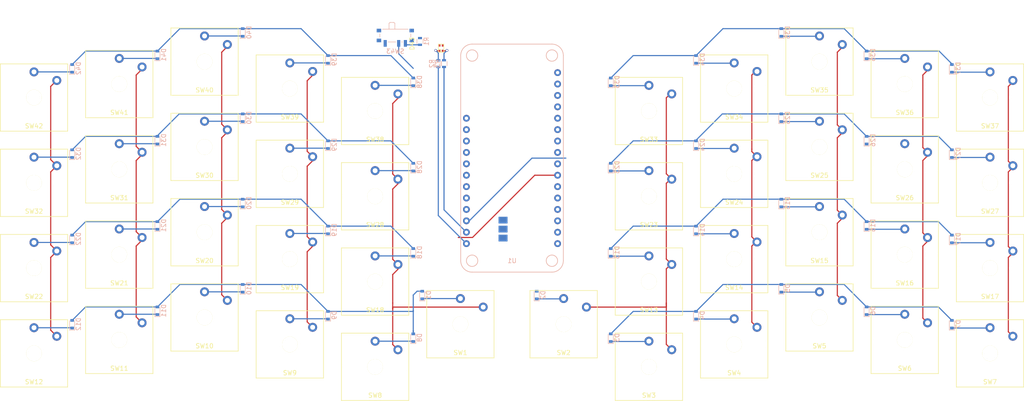
<source format=kicad_pcb>
(kicad_pcb (version 4) (host pcbnew 4.0.5+dfsg1-4)
  (layers (0 F.Cu signal) (31 B.Cu signal) (34 B.Paste user) (35 F.Paste user) (36 B.SilkS user) (37 F.SilkS user) (38 B.Mask user) (39 F.Mask user) (44 Edge.Cuts user))
  (net 0 "")
  (net 1 "Net-(D1-Pad1)")
  (net 2 ROW0)
  (net 3 "Net-(D2-Pad1)")
  (net 4 ROW1)
  (net 5 "Net-(D3-Pad1)")
  (net 6 ROW2)
  (net 7 "Net-(D4-Pad1)")
  (net 8 "Net-(D5-Pad1)")
  (net 9 "Net-(D6-Pad1)")
  (net 10 "Net-(D7-Pad1)")
  (net 11 "Net-(D8-Pad1)")
  (net 12 "Net-(D9-Pad1)")
  (net 13 "Net-(D10-Pad1)")
  (net 14 "Net-(D11-Pad1)")
  (net 15 "Net-(D12-Pad1)")
  (net 16 "Net-(D13-Pad1)")
  (net 17 "Net-(D14-Pad1)")
  (net 18 "Net-(D15-Pad1)")
  (net 19 "Net-(D16-Pad1)")
  (net 20 "Net-(D17-Pad1)")
  (net 21 "Net-(D18-Pad1)")
  (net 22 "Net-(D19-Pad1)")
  (net 23 "Net-(D20-Pad1)")
  (net 24 "Net-(D21-Pad1)")
  (net 25 "Net-(D22-Pad1)")
  (net 26 "Net-(D23-Pad1)")
  (net 27 "Net-(D24-Pad1)")
  (net 28 "Net-(D25-Pad1)")
  (net 29 ROW4)
  (net 30 "Net-(D26-Pad1)")
  (net 31 "Net-(D27-Pad1)")
  (net 32 "Net-(D28-Pad1)")
  (net 33 "Net-(D29-Pad1)")
  (net 34 "Net-(D30-Pad1)")
  (net 35 "Net-(D31-Pad1)")
  (net 36 "Net-(D32-Pad1)")
  (net 37 "Net-(D33-Pad1)")
  (net 38 ROW3)
  (net 39 "Net-(D34-Pad1)")
  (net 40 "Net-(D35-Pad1)")
  (net 41 "Net-(D36-Pad1)")
  (net 42 "Net-(D37-Pad1)")
  (net 43 "Net-(D38-Pad1)")
  (net 44 "Net-(D39-Pad1)")
  (net 45 "Net-(D40-Pad1)")
  (net 46 "Net-(D41-Pad1)")
  (net 47 "Net-(D42-Pad1)")
  (net 48 "Net-(R1-Pad1)")
  (net 49 GND)
  (net 50 COL1)
  (net 51 COL2)
  (net 52 COL3)
  (net 53 COL4)
  (net 54 COL5)
  (net 55 COL6)
  (net 56 COL7)
  (net 57 COL8)
  (net 58 COL9)
  (net 59 COL10)
  (net 60 "Net-(D43-Pad2)")
  (net 61 "Net-(D43-Pad1)")
  (net 62 LEDR)
  (net 63 LEDG)
  (net 64 "Net-(SW43-Pad2)")
  (net 65 "Net-(SW43-Pad1)")
  (net 66 "Net-(U1-Pad2)")
  (net 67 "Net-(U1-Pad3)")
  (net 68 "Net-(U1-Pad11)")
  (net 69 "Net-(U1-Pad12)")
  (net 70 "Net-(U1-Pad13)")
  (net 71 "Net-(U1-Pad16)")
  (net 72 "Net-(U1-Pad26)")
  (net 73 VLED)
  (net 74 "Net-(U1-Pad29)")
  (net 75 "Net-(U1-Pad30)")
  (net 76 "Net-(U1-Pad31)")
  (net 77 "Net-(U1-Pad1)")
  (module Diodes_SMD:D_0603 (layer B.Cu) (at 170.5 89 90)
    (fp_text reference D3 (at 0 1.4 90) (layer B.SilkS) (effects (justify mirror)))
    (fp_text value D)
    (pad 1 smd rect (at -0.85 0 90) (size 0.6 0.8) (layers B.Cu B.Paste B.Mask) (net 5 "Net-(D3-Pad1)"))
    (pad 2 smd rect (at 0.85 0 90) (size 0.6 0.8) (layers B.Cu B.Paste B.Mask) (net 2 ROW0))
  )
  (module Diodes_SMD:D_0603 (layer B.Cu) (at 170.5 70 90)
    (fp_text reference D13 (at 0 1.4 90) (layer B.SilkS) (effects (justify mirror)))
    (fp_text value D)
    (pad 1 smd rect (at -0.85 0 90) (size 0.6 0.8) (layers B.Cu B.Paste B.Mask) (net 16 "Net-(D13-Pad1)"))
    (pad 2 smd rect (at 0.85 0 90) (size 0.6 0.8) (layers B.Cu B.Paste B.Mask) (net 4 ROW1))
  )
  (module Diodes_SMD:D_0603 (layer B.Cu) (at 170.5 51 90)
    (fp_text reference D23 (at 0 1.4 90) (layer B.SilkS) (effects (justify mirror)))
    (fp_text value D)
    (pad 1 smd rect (at -0.85 0 90) (size 0.6 0.8) (layers B.Cu B.Paste B.Mask) (net 26 "Net-(D23-Pad1)"))
    (pad 2 smd rect (at 0.85 0 90) (size 0.6 0.8) (layers B.Cu B.Paste B.Mask) (net 6 ROW2))
  )
  (module Diodes_SMD:D_0603 (layer B.Cu) (at 189.5 84 90)
    (fp_text reference D4 (at 0 1.4 90) (layer B.SilkS) (effects (justify mirror)))
    (fp_text value D)
    (pad 1 smd rect (at -0.85 0 90) (size 0.6 0.8) (layers B.Cu B.Paste B.Mask) (net 7 "Net-(D4-Pad1)"))
    (pad 2 smd rect (at 0.85 0 90) (size 0.6 0.8) (layers B.Cu B.Paste B.Mask) (net 2 ROW0))
  )
  (module Diodes_SMD:D_0603 (layer B.Cu) (at 189.5 65 90)
    (fp_text reference D14 (at 0 1.4 90) (layer B.SilkS) (effects (justify mirror)))
    (fp_text value D)
    (pad 1 smd rect (at -0.85 0 90) (size 0.6 0.8) (layers B.Cu B.Paste B.Mask) (net 17 "Net-(D14-Pad1)"))
    (pad 2 smd rect (at 0.85 0 90) (size 0.6 0.8) (layers B.Cu B.Paste B.Mask) (net 4 ROW1))
  )
  (module Diodes_SMD:D_0603 (layer B.Cu) (at 189.5 46 90)
    (fp_text reference D24 (at 0 1.4 90) (layer B.SilkS) (effects (justify mirror)))
    (fp_text value D)
    (pad 1 smd rect (at -0.85 0 90) (size 0.6 0.8) (layers B.Cu B.Paste B.Mask) (net 27 "Net-(D24-Pad1)"))
    (pad 2 smd rect (at 0.85 0 90) (size 0.6 0.8) (layers B.Cu B.Paste B.Mask) (net 6 ROW2))
  )
  (module Diodes_SMD:D_0603 (layer B.Cu) (at 208.5 78 90)
    (fp_text reference D5 (at 0 1.4 90) (layer B.SilkS) (effects (justify mirror)))
    (fp_text value D)
    (pad 1 smd rect (at -0.85 0 90) (size 0.6 0.8) (layers B.Cu B.Paste B.Mask) (net 8 "Net-(D5-Pad1)"))
    (pad 2 smd rect (at 0.85 0 90) (size 0.6 0.8) (layers B.Cu B.Paste B.Mask) (net 2 ROW0))
  )
  (module Diodes_SMD:D_0603 (layer B.Cu) (at 208.5 59 90)
    (fp_text reference D15 (at 0 1.4 90) (layer B.SilkS) (effects (justify mirror)))
    (fp_text value D)
    (pad 1 smd rect (at -0.85 0 90) (size 0.6 0.8) (layers B.Cu B.Paste B.Mask) (net 18 "Net-(D15-Pad1)"))
    (pad 2 smd rect (at 0.85 0 90) (size 0.6 0.8) (layers B.Cu B.Paste B.Mask) (net 4 ROW1))
  )
  (module Diodes_SMD:D_0603 (layer B.Cu) (at 208.5 40 90)
    (fp_text reference D25 (at 0 1.4 90) (layer B.SilkS) (effects (justify mirror)))
    (fp_text value D)
    (pad 1 smd rect (at -0.85 0 90) (size 0.6 0.8) (layers B.Cu B.Paste B.Mask) (net 28 "Net-(D25-Pad1)"))
    (pad 2 smd rect (at 0.85 0 90) (size 0.6 0.8) (layers B.Cu B.Paste B.Mask) (net 6 ROW2))
  )
  (module Diodes_SMD:D_0603 (layer B.Cu) (at 227.5 83 90)
    (fp_text reference D6 (at 0 1.4 90) (layer B.SilkS) (effects (justify mirror)))
    (fp_text value D)
    (pad 1 smd rect (at -0.85 0 90) (size 0.6 0.8) (layers B.Cu B.Paste B.Mask) (net 9 "Net-(D6-Pad1)"))
    (pad 2 smd rect (at 0.85 0 90) (size 0.6 0.8) (layers B.Cu B.Paste B.Mask) (net 2 ROW0))
  )
  (module Diodes_SMD:D_0603 (layer B.Cu) (at 227.5 64 90)
    (fp_text reference D16 (at 0 1.4 90) (layer B.SilkS) (effects (justify mirror)))
    (fp_text value D)
    (pad 1 smd rect (at -0.85 0 90) (size 0.6 0.8) (layers B.Cu B.Paste B.Mask) (net 19 "Net-(D16-Pad1)"))
    (pad 2 smd rect (at 0.85 0 90) (size 0.6 0.8) (layers B.Cu B.Paste B.Mask) (net 4 ROW1))
  )
  (module Diodes_SMD:D_0603 (layer B.Cu) (at 227.5 45 90)
    (fp_text reference D26 (at 0 1.4 90) (layer B.SilkS) (effects (justify mirror)))
    (fp_text value D)
    (pad 1 smd rect (at -0.85 0 90) (size 0.6 0.8) (layers B.Cu B.Paste B.Mask) (net 30 "Net-(D26-Pad1)"))
    (pad 2 smd rect (at 0.85 0 90) (size 0.6 0.8) (layers B.Cu B.Paste B.Mask) (net 6 ROW2))
  )
  (module Diodes_SMD:D_0603 (layer B.Cu) (at 246.5 86 90)
    (fp_text reference D7 (at 0 1.4 90) (layer B.SilkS) (effects (justify mirror)))
    (fp_text value D)
    (pad 1 smd rect (at -0.85 0 90) (size 0.6 0.8) (layers B.Cu B.Paste B.Mask) (net 10 "Net-(D7-Pad1)"))
    (pad 2 smd rect (at 0.85 0 90) (size 0.6 0.8) (layers B.Cu B.Paste B.Mask) (net 2 ROW0))
  )
  (module Diodes_SMD:D_0603 (layer B.Cu) (at 246.5 67 90)
    (fp_text reference D17 (at 0 1.4 90) (layer B.SilkS) (effects (justify mirror)))
    (fp_text value D)
    (pad 1 smd rect (at -0.85 0 90) (size 0.6 0.8) (layers B.Cu B.Paste B.Mask) (net 20 "Net-(D17-Pad1)"))
    (pad 2 smd rect (at 0.85 0 90) (size 0.6 0.8) (layers B.Cu B.Paste B.Mask) (net 4 ROW1))
  )
  (module Diodes_SMD:D_0603 (layer B.Cu) (at 246.5 48 90)
    (fp_text reference D27 (at 0 1.4 90) (layer B.SilkS) (effects (justify mirror)))
    (fp_text value D)
    (pad 1 smd rect (at -0.85 0 90) (size 0.6 0.8) (layers B.Cu B.Paste B.Mask) (net 31 "Net-(D27-Pad1)"))
    (pad 2 smd rect (at 0.85 0 90) (size 0.6 0.8) (layers B.Cu B.Paste B.Mask) (net 6 ROW2))
  )
  (module Diodes_SMD:D_0603 (layer B.Cu) (at 126.5 89 90)
    (fp_text reference D8 (at 0 1.4 90) (layer B.SilkS) (effects (justify mirror)))
    (fp_text value D)
    (pad 1 smd rect (at -0.85 0 90) (size 0.6 0.8) (layers B.Cu B.Paste B.Mask) (net 11 "Net-(D8-Pad1)"))
    (pad 2 smd rect (at 0.85 0 90) (size 0.6 0.8) (layers B.Cu B.Paste B.Mask) (net 29 ROW4))
  )
  (module Diodes_SMD:D_0603 (layer B.Cu) (at 126.5 70 90)
    (fp_text reference D18 (at 0 1.4 90) (layer B.SilkS) (effects (justify mirror)))
    (fp_text value D)
    (pad 1 smd rect (at -0.85 0 90) (size 0.6 0.8) (layers B.Cu B.Paste B.Mask) (net 21 "Net-(D18-Pad1)"))
    (pad 2 smd rect (at 0.85 0 90) (size 0.6 0.8) (layers B.Cu B.Paste B.Mask) (net 4 ROW1))
  )
  (module Diodes_SMD:D_0603 (layer B.Cu) (at 126.5 51 90)
    (fp_text reference D28 (at 0 1.4 90) (layer B.SilkS) (effects (justify mirror)))
    (fp_text value D)
    (pad 1 smd rect (at -0.85 0 90) (size 0.6 0.8) (layers B.Cu B.Paste B.Mask) (net 32 "Net-(D28-Pad1)"))
    (pad 2 smd rect (at 0.85 0 90) (size 0.6 0.8) (layers B.Cu B.Paste B.Mask) (net 6 ROW2))
  )
  (module Diodes_SMD:D_0603 (layer B.Cu) (at 107.5 84 90)
    (fp_text reference D9 (at 0 1.4 90) (layer B.SilkS) (effects (justify mirror)))
    (fp_text value D)
    (pad 1 smd rect (at -0.85 0 90) (size 0.6 0.8) (layers B.Cu B.Paste B.Mask) (net 12 "Net-(D9-Pad1)"))
    (pad 2 smd rect (at 0.85 0 90) (size 0.6 0.8) (layers B.Cu B.Paste B.Mask) (net 29 ROW4))
  )
  (module Diodes_SMD:D_0603 (layer B.Cu) (at 107.5 65 90)
    (fp_text reference D19 (at 0 1.4 90) (layer B.SilkS) (effects (justify mirror)))
    (fp_text value D)
    (pad 1 smd rect (at -0.85 0 90) (size 0.6 0.8) (layers B.Cu B.Paste B.Mask) (net 22 "Net-(D19-Pad1)"))
    (pad 2 smd rect (at 0.85 0 90) (size 0.6 0.8) (layers B.Cu B.Paste B.Mask) (net 4 ROW1))
  )
  (module Diodes_SMD:D_0603 (layer B.Cu) (at 107.5 46 90)
    (fp_text reference D29 (at 0 1.4 90) (layer B.SilkS) (effects (justify mirror)))
    (fp_text value D)
    (pad 1 smd rect (at -0.85 0 90) (size 0.6 0.8) (layers B.Cu B.Paste B.Mask) (net 33 "Net-(D29-Pad1)"))
    (pad 2 smd rect (at 0.85 0 90) (size 0.6 0.8) (layers B.Cu B.Paste B.Mask) (net 6 ROW2))
  )
  (module Diodes_SMD:D_0603 (layer B.Cu) (at 88.5 78 90)
    (fp_text reference D10 (at 0 1.4 90) (layer B.SilkS) (effects (justify mirror)))
    (fp_text value D)
    (pad 1 smd rect (at -0.85 0 90) (size 0.6 0.8) (layers B.Cu B.Paste B.Mask) (net 13 "Net-(D10-Pad1)"))
    (pad 2 smd rect (at 0.85 0 90) (size 0.6 0.8) (layers B.Cu B.Paste B.Mask) (net 29 ROW4))
  )
  (module Diodes_SMD:D_0603 (layer B.Cu) (at 88.5 59 90)
    (fp_text reference D20 (at 0 1.4 90) (layer B.SilkS) (effects (justify mirror)))
    (fp_text value D)
    (pad 1 smd rect (at -0.85 0 90) (size 0.6 0.8) (layers B.Cu B.Paste B.Mask) (net 23 "Net-(D20-Pad1)"))
    (pad 2 smd rect (at 0.85 0 90) (size 0.6 0.8) (layers B.Cu B.Paste B.Mask) (net 4 ROW1))
  )
  (module Diodes_SMD:D_0603 (layer B.Cu) (at 88.5 40 90)
    (fp_text reference D30 (at 0 1.4 90) (layer B.SilkS) (effects (justify mirror)))
    (fp_text value D)
    (pad 1 smd rect (at -0.85 0 90) (size 0.6 0.8) (layers B.Cu B.Paste B.Mask) (net 34 "Net-(D30-Pad1)"))
    (pad 2 smd rect (at 0.85 0 90) (size 0.6 0.8) (layers B.Cu B.Paste B.Mask) (net 6 ROW2))
  )
  (module Diodes_SMD:D_0603 (layer B.Cu) (at 128.5 79.5 90)
    (fp_text reference D1 (at 0 1.4 90) (layer B.SilkS) (effects (justify mirror)))
    (fp_text value D)
    (pad 1 smd rect (at -0.85 0 90) (size 0.6 0.8) (layers B.Cu B.Paste B.Mask) (net 1 "Net-(D1-Pad1)"))
    (pad 2 smd rect (at 0.85 0 90) (size 0.6 0.8) (layers B.Cu B.Paste B.Mask) (net 29 ROW4))
  )
  (module Diodes_SMD:D_0603 (layer B.Cu) (at 69.5 83 90)
    (fp_text reference D11 (at 0 1.4 90) (layer B.SilkS) (effects (justify mirror)))
    (fp_text value D)
    (pad 1 smd rect (at -0.85 0 90) (size 0.6 0.8) (layers B.Cu B.Paste B.Mask) (net 14 "Net-(D11-Pad1)"))
    (pad 2 smd rect (at 0.85 0 90) (size 0.6 0.8) (layers B.Cu B.Paste B.Mask) (net 29 ROW4))
  )
  (module Diodes_SMD:D_0603 (layer B.Cu) (at 69.5 64 90)
    (fp_text reference D21 (at 0 1.4 90) (layer B.SilkS) (effects (justify mirror)))
    (fp_text value D)
    (pad 1 smd rect (at -0.85 0 90) (size 0.6 0.8) (layers B.Cu B.Paste B.Mask) (net 24 "Net-(D21-Pad1)"))
    (pad 2 smd rect (at 0.85 0 90) (size 0.6 0.8) (layers B.Cu B.Paste B.Mask) (net 4 ROW1))
  )
  (module Diodes_SMD:D_0603 (layer B.Cu) (at 69.5 45 90)
    (fp_text reference D31 (at 0 1.4 90) (layer B.SilkS) (effects (justify mirror)))
    (fp_text value D)
    (pad 1 smd rect (at -0.85 0 90) (size 0.6 0.8) (layers B.Cu B.Paste B.Mask) (net 35 "Net-(D31-Pad1)"))
    (pad 2 smd rect (at 0.85 0 90) (size 0.6 0.8) (layers B.Cu B.Paste B.Mask) (net 6 ROW2))
  )
  (module Diodes_SMD:D_0603 (layer B.Cu) (at 154 79.5 90)
    (fp_text reference D2 (at 0 1.4 90) (layer B.SilkS) (effects (justify mirror)))
    (fp_text value D)
    (pad 1 smd rect (at -0.85 0 90) (size 0.6 0.8) (layers B.Cu B.Paste B.Mask) (net 3 "Net-(D2-Pad1)"))
    (pad 2 smd rect (at 0.85 0 90) (size 0.6 0.8) (layers B.Cu B.Paste B.Mask) (net 29 ROW4))
  )
  (module Diodes_SMD:D_0603 (layer B.Cu) (at 50.5 86 90)
    (fp_text reference D12 (at 0 1.4 90) (layer B.SilkS) (effects (justify mirror)))
    (fp_text value D)
    (pad 1 smd rect (at -0.85 0 90) (size 0.6 0.8) (layers B.Cu B.Paste B.Mask) (net 15 "Net-(D12-Pad1)"))
    (pad 2 smd rect (at 0.85 0 90) (size 0.6 0.8) (layers B.Cu B.Paste B.Mask) (net 29 ROW4))
  )
  (module Diodes_SMD:D_0603 (layer B.Cu) (at 50.5 67 90)
    (fp_text reference D22 (at 0 1.4 90) (layer B.SilkS) (effects (justify mirror)))
    (fp_text value D)
    (pad 1 smd rect (at -0.85 0 90) (size 0.6 0.8) (layers B.Cu B.Paste B.Mask) (net 25 "Net-(D22-Pad1)"))
    (pad 2 smd rect (at 0.85 0 90) (size 0.6 0.8) (layers B.Cu B.Paste B.Mask) (net 4 ROW1))
  )
  (module Diodes_SMD:D_0603 (layer B.Cu) (at 50.5 48 90)
    (fp_text reference D32 (at 0 1.4 90) (layer B.SilkS) (effects (justify mirror)))
    (fp_text value D)
    (pad 1 smd rect (at -0.85 0 90) (size 0.6 0.8) (layers B.Cu B.Paste B.Mask) (net 36 "Net-(D32-Pad1)"))
    (pad 2 smd rect (at 0.85 0 90) (size 0.6 0.8) (layers B.Cu B.Paste B.Mask) (net 6 ROW2))
  )
  (module Diodes_SMD:D_0603 (layer B.Cu) (at 170.5 32 90)
    (fp_text reference D33 (at 0 1.4 90) (layer B.SilkS) (effects (justify mirror)))
    (fp_text value D)
    (pad 1 smd rect (at -0.85 0 90) (size 0.6 0.8) (layers B.Cu B.Paste B.Mask) (net 37 "Net-(D33-Pad1)"))
    (pad 2 smd rect (at 0.85 0 90) (size 0.6 0.8) (layers B.Cu B.Paste B.Mask) (net 38 ROW3))
  )
  (module Diodes_SMD:D_0603 (layer B.Cu) (at 189.5 27 90)
    (fp_text reference D34 (at 0 1.4 90) (layer B.SilkS) (effects (justify mirror)))
    (fp_text value D)
    (pad 1 smd rect (at -0.85 0 90) (size 0.6 0.8) (layers B.Cu B.Paste B.Mask) (net 39 "Net-(D34-Pad1)"))
    (pad 2 smd rect (at 0.85 0 90) (size 0.6 0.8) (layers B.Cu B.Paste B.Mask) (net 38 ROW3))
  )
  (module Diodes_SMD:D_0603 (layer B.Cu) (at 208.5 21 90)
    (fp_text reference D35 (at 0 1.4 90) (layer B.SilkS) (effects (justify mirror)))
    (fp_text value D)
    (pad 1 smd rect (at -0.85 0 90) (size 0.6 0.8) (layers B.Cu B.Paste B.Mask) (net 40 "Net-(D35-Pad1)"))
    (pad 2 smd rect (at 0.85 0 90) (size 0.6 0.8) (layers B.Cu B.Paste B.Mask) (net 38 ROW3))
  )
  (module Diodes_SMD:D_0603 (layer B.Cu) (at 227.5 26 90)
    (fp_text reference D36 (at 0 1.4 90) (layer B.SilkS) (effects (justify mirror)))
    (fp_text value D)
    (pad 1 smd rect (at -0.85 0 90) (size 0.6 0.8) (layers B.Cu B.Paste B.Mask) (net 41 "Net-(D36-Pad1)"))
    (pad 2 smd rect (at 0.85 0 90) (size 0.6 0.8) (layers B.Cu B.Paste B.Mask) (net 38 ROW3))
  )
  (module Diodes_SMD:D_0603 (layer B.Cu) (at 246.5 29 90)
    (fp_text reference D37 (at 0 1.4 90) (layer B.SilkS) (effects (justify mirror)))
    (fp_text value D)
    (pad 1 smd rect (at -0.85 0 90) (size 0.6 0.8) (layers B.Cu B.Paste B.Mask) (net 42 "Net-(D37-Pad1)"))
    (pad 2 smd rect (at 0.85 0 90) (size 0.6 0.8) (layers B.Cu B.Paste B.Mask) (net 38 ROW3))
  )
  (module Diodes_SMD:D_0603 (layer B.Cu) (at 126.5 32 90)
    (fp_text reference D38 (at 0 1.4 90) (layer B.SilkS) (effects (justify mirror)))
    (fp_text value D)
    (pad 1 smd rect (at -0.85 0 90) (size 0.6 0.8) (layers B.Cu B.Paste B.Mask) (net 43 "Net-(D38-Pad1)"))
    (pad 2 smd rect (at 0.85 0 90) (size 0.6 0.8) (layers B.Cu B.Paste B.Mask) (net 2 ROW0))
  )
  (module Diodes_SMD:D_0603 (layer B.Cu) (at 107.5 27 90)
    (fp_text reference D39 (at 0 1.4 90) (layer B.SilkS) (effects (justify mirror)))
    (fp_text value D)
    (pad 1 smd rect (at -0.85 0 90) (size 0.6 0.8) (layers B.Cu B.Paste B.Mask) (net 44 "Net-(D39-Pad1)"))
    (pad 2 smd rect (at 0.85 0 90) (size 0.6 0.8) (layers B.Cu B.Paste B.Mask) (net 2 ROW0))
  )
  (module Diodes_SMD:D_0603 (layer B.Cu) (at 88.5 21 90)
    (fp_text reference D40 (at 0 1.4 90) (layer B.SilkS) (effects (justify mirror)))
    (fp_text value D)
    (pad 1 smd rect (at -0.85 0 90) (size 0.6 0.8) (layers B.Cu B.Paste B.Mask) (net 45 "Net-(D40-Pad1)"))
    (pad 2 smd rect (at 0.85 0 90) (size 0.6 0.8) (layers B.Cu B.Paste B.Mask) (net 2 ROW0))
  )
  (module Diodes_SMD:D_0603 (layer B.Cu) (at 69.5 26 90)
    (fp_text reference D41 (at 0 1.4 90) (layer B.SilkS) (effects (justify mirror)))
    (fp_text value D)
    (pad 1 smd rect (at -0.85 0 90) (size 0.6 0.8) (layers B.Cu B.Paste B.Mask) (net 46 "Net-(D41-Pad1)"))
    (pad 2 smd rect (at 0.85 0 90) (size 0.6 0.8) (layers B.Cu B.Paste B.Mask) (net 2 ROW0))
  )
  (module Diodes_SMD:D_0603 (layer B.Cu) (at 50.5 29 90)
    (fp_text reference D42 (at 0 1.4 90) (layer B.SilkS) (effects (justify mirror)))
    (fp_text value D)
    (pad 1 smd rect (at -0.85 0 90) (size 0.6 0.8) (layers B.Cu B.Paste B.Mask) (net 47 "Net-(D42-Pad1)"))
    (pad 2 smd rect (at 0.85 0 90) (size 0.6 0.8) (layers B.Cu B.Paste B.Mask) (net 2 ROW0))
  )
  (module atreusAir:R6G6C-A01 (layer F.Cu) (at 132 23.5 270)
    (fp_text reference D43 (at 0 5.75 270) (layer F.SilkS))
    (fp_text value 18-225/R6G6C-A01/3T)
    (pad 3 smd rect (at 0.4 -0.35 270) (size 0.5 0.4) (layers F.Cu F.Paste F.Mask) (net 49 GND))
    (pad 4 smd rect (at 0.4 -1.05 270) (size 0.5 0.4) (layers F.Cu F.Paste F.Mask) (net 49 GND))
    (pad 2 smd rect (at 1.6 -1.05 270) (size 0.5 0.4) (layers F.Cu F.Paste F.Mask) (net 60 "Net-(D43-Pad2)"))
    (pad 1 smd rect (at 1.6 -0.35 270) (size 0.5 0.4) (layers F.Cu F.Paste F.Mask) (net 61 "Net-(D43-Pad1)"))
  )
  (module Resistors_SMD:R_0603 (layer B.Cu) (at 128 23 90)
    (fp_text reference R1 (at 0 1.45 90) (layer B.SilkS) (effects (justify mirror)))
    (fp_text value 1k)
    (pad 1 smd rect (at -0.75 0 90) (size 0.5 0.9) (layers B.Cu B.Paste B.Mask) (net 48 "Net-(R1-Pad1)"))
    (pad 2 smd rect (at 0.75 0 90) (size 0.5 0.9) (layers B.Cu B.Paste B.Mask) (net 49 GND))
  )
  (module Resistors_SMD:R_0603 (layer B.Cu) (at 132.08 27.94 270)
    (fp_text reference R2 (at 0 1.45 270) (layer B.SilkS) (effects (justify mirror)))
    (fp_text value 100)
    (pad 1 smd rect (at -0.75 0 270) (size 0.5 0.9) (layers B.Cu B.Paste B.Mask) (net 61 "Net-(D43-Pad1)"))
    (pad 2 smd rect (at 0.75 0 270) (size 0.5 0.9) (layers B.Cu B.Paste B.Mask) (net 63 LEDG))
  )
  (module Resistors_SMD:R_0603 (layer B.Cu) (at 133.35 27.94 270)
    (fp_text reference R3 (at 0 1.45 270) (layer B.SilkS) (effects (justify mirror)))
    (fp_text value 100)
    (pad 1 smd rect (at -0.75 0 270) (size 0.5 0.9) (layers B.Cu B.Paste B.Mask) (net 60 "Net-(D43-Pad2)"))
    (pad 2 smd rect (at 0.75 0 270) (size 0.5 0.9) (layers B.Cu B.Paste B.Mask) (net 62 LEDR))
  )
  (module Buttons_Switches_SMD:SW_SPDT_PCM12 (layer B.Cu) (at 122.5 22)
    (fp_text reference SW43 (at 0 3.2) (layer B.SilkS) (effects (justify mirror)))
    (fp_text value POWER)
    (pad "" np_thru_hole circle (at -1.5 -0.33) (size 0.9 0.9) (drill 0.9) (layers *.Cu *.Mask))
    (pad "" np_thru_hole circle (at 1.5 -0.33) (size 0.9 0.9) (drill 0.9) (layers *.Cu *.Mask))
    (pad 1 smd rect (at -2.25 1.43) (size 0.7 1.5) (layers B.Cu B.Paste B.Mask) (net 65 "Net-(SW43-Pad1)"))
    (pad 2 smd rect (at 0.75 1.43) (size 0.7 1.5) (layers B.Cu B.Paste B.Mask) (net 64 "Net-(SW43-Pad2)"))
    (pad 3 smd rect (at 2.25 1.43) (size 0.7 1.5) (layers B.Cu B.Paste B.Mask) (net 48 "Net-(R1-Pad1)"))
    (pad "" smd rect (at -3.65 -1.43) (size 1 0.8) (layers B.Cu B.Paste B.Mask))
    (pad "" smd rect (at 3.65 -1.43) (size 1 0.8) (layers B.Cu B.Paste B.Mask))
    (pad "" smd rect (at 3.65 0.78) (size 1 0.8) (layers B.Cu B.Paste B.Mask))
    (pad "" smd rect (at -3.65 0.78) (size 1 0.8) (layers B.Cu B.Paste B.Mask))
  )
  (module atreusAir:ASwitch (layer F.Cu) (at 179 95.5)
    (fp_text reference SW3 (at 0 6.35) (layer F.SilkS))
    (fp_text value Push)
    (pad 2 thru_hole circle (at 5.08 -3.81) (size 2 2) (drill 1.1) (layers *.Cu *.Mask) (net 50 COL1))
    (pad 1 thru_hole circle (at 0 -5.715) (size 2 2) (drill 1.1) (layers *.Cu *.Mask) (net 5 "Net-(D3-Pad1)"))
    (pad "" np_thru_hole circle (at 0 0) (size 3.5 3.5) (drill 3.5) (layers *.Cu *.Mask))
    (pad "" np_thru_hole circle (at -5.715 0) (size 2.2 2.2) (drill 2.2) (layers *.Cu *.Mask))
    (pad "" np_thru_hole circle (at 5.715 0) (size 2.2 2.2) (drill 2.2) (layers *.Cu *.Mask))
  )
  (module atreusAir:ASwitch (layer F.Cu) (at 179 76.5)
    (fp_text reference SW13 (at 0 6.35) (layer F.SilkS))
    (fp_text value Push)
    (pad 2 thru_hole circle (at 5.08 -3.81) (size 2 2) (drill 1.1) (layers *.Cu *.Mask) (net 50 COL1))
    (pad 1 thru_hole circle (at 0 -5.715) (size 2 2) (drill 1.1) (layers *.Cu *.Mask) (net 16 "Net-(D13-Pad1)"))
    (pad "" np_thru_hole circle (at 0 0) (size 3.5 3.5) (drill 3.5) (layers *.Cu *.Mask))
    (pad "" np_thru_hole circle (at -5.715 0) (size 2.2 2.2) (drill 2.2) (layers *.Cu *.Mask))
    (pad "" np_thru_hole circle (at 5.715 0) (size 2.2 2.2) (drill 2.2) (layers *.Cu *.Mask))
  )
  (module atreusAir:ASwitch (layer F.Cu) (at 179 57.5)
    (fp_text reference SW23 (at 0 6.35) (layer F.SilkS))
    (fp_text value Push)
    (pad 2 thru_hole circle (at 5.08 -3.81) (size 2 2) (drill 1.1) (layers *.Cu *.Mask) (net 50 COL1))
    (pad 1 thru_hole circle (at 0 -5.715) (size 2 2) (drill 1.1) (layers *.Cu *.Mask) (net 26 "Net-(D23-Pad1)"))
    (pad "" np_thru_hole circle (at 0 0) (size 3.5 3.5) (drill 3.5) (layers *.Cu *.Mask))
    (pad "" np_thru_hole circle (at -5.715 0) (size 2.2 2.2) (drill 2.2) (layers *.Cu *.Mask))
    (pad "" np_thru_hole circle (at 5.715 0) (size 2.2 2.2) (drill 2.2) (layers *.Cu *.Mask))
  )
  (module atreusAir:ASwitch (layer F.Cu) (at 198 90.5)
    (fp_text reference SW4 (at 0 6.35) (layer F.SilkS))
    (fp_text value Push)
    (pad 2 thru_hole circle (at 5.08 -3.81) (size 2 2) (drill 1.1) (layers *.Cu *.Mask) (net 51 COL2))
    (pad 1 thru_hole circle (at 0 -5.715) (size 2 2) (drill 1.1) (layers *.Cu *.Mask) (net 7 "Net-(D4-Pad1)"))
    (pad "" np_thru_hole circle (at 0 0) (size 3.5 3.5) (drill 3.5) (layers *.Cu *.Mask))
    (pad "" np_thru_hole circle (at -5.715 0) (size 2.2 2.2) (drill 2.2) (layers *.Cu *.Mask))
    (pad "" np_thru_hole circle (at 5.715 0) (size 2.2 2.2) (drill 2.2) (layers *.Cu *.Mask))
  )
  (module atreusAir:ASwitch (layer F.Cu) (at 198 71.5)
    (fp_text reference SW14 (at 0 6.35) (layer F.SilkS))
    (fp_text value Push)
    (pad 2 thru_hole circle (at 5.08 -3.81) (size 2 2) (drill 1.1) (layers *.Cu *.Mask) (net 51 COL2))
    (pad 1 thru_hole circle (at 0 -5.715) (size 2 2) (drill 1.1) (layers *.Cu *.Mask) (net 17 "Net-(D14-Pad1)"))
    (pad "" np_thru_hole circle (at 0 0) (size 3.5 3.5) (drill 3.5) (layers *.Cu *.Mask))
    (pad "" np_thru_hole circle (at -5.715 0) (size 2.2 2.2) (drill 2.2) (layers *.Cu *.Mask))
    (pad "" np_thru_hole circle (at 5.715 0) (size 2.2 2.2) (drill 2.2) (layers *.Cu *.Mask))
  )
  (module atreusAir:ASwitch (layer F.Cu) (at 198 52.5)
    (fp_text reference SW24 (at 0 6.35) (layer F.SilkS))
    (fp_text value Push)
    (pad 2 thru_hole circle (at 5.08 -3.81) (size 2 2) (drill 1.1) (layers *.Cu *.Mask) (net 51 COL2))
    (pad 1 thru_hole circle (at 0 -5.715) (size 2 2) (drill 1.1) (layers *.Cu *.Mask) (net 27 "Net-(D24-Pad1)"))
    (pad "" np_thru_hole circle (at 0 0) (size 3.5 3.5) (drill 3.5) (layers *.Cu *.Mask))
    (pad "" np_thru_hole circle (at -5.715 0) (size 2.2 2.2) (drill 2.2) (layers *.Cu *.Mask))
    (pad "" np_thru_hole circle (at 5.715 0) (size 2.2 2.2) (drill 2.2) (layers *.Cu *.Mask))
  )
  (module atreusAir:ASwitch (layer F.Cu) (at 217 84.5)
    (fp_text reference SW5 (at 0 6.35) (layer F.SilkS))
    (fp_text value Push)
    (pad 2 thru_hole circle (at 5.08 -3.81) (size 2 2) (drill 1.1) (layers *.Cu *.Mask) (net 52 COL3))
    (pad 1 thru_hole circle (at 0 -5.715) (size 2 2) (drill 1.1) (layers *.Cu *.Mask) (net 8 "Net-(D5-Pad1)"))
    (pad "" np_thru_hole circle (at 0 0) (size 3.5 3.5) (drill 3.5) (layers *.Cu *.Mask))
    (pad "" np_thru_hole circle (at -5.715 0) (size 2.2 2.2) (drill 2.2) (layers *.Cu *.Mask))
    (pad "" np_thru_hole circle (at 5.715 0) (size 2.2 2.2) (drill 2.2) (layers *.Cu *.Mask))
  )
  (module atreusAir:ASwitch (layer F.Cu) (at 217 65.5)
    (fp_text reference SW15 (at 0 6.35) (layer F.SilkS))
    (fp_text value Push)
    (pad 2 thru_hole circle (at 5.08 -3.81) (size 2 2) (drill 1.1) (layers *.Cu *.Mask) (net 52 COL3))
    (pad 1 thru_hole circle (at 0 -5.715) (size 2 2) (drill 1.1) (layers *.Cu *.Mask) (net 18 "Net-(D15-Pad1)"))
    (pad "" np_thru_hole circle (at 0 0) (size 3.5 3.5) (drill 3.5) (layers *.Cu *.Mask))
    (pad "" np_thru_hole circle (at -5.715 0) (size 2.2 2.2) (drill 2.2) (layers *.Cu *.Mask))
    (pad "" np_thru_hole circle (at 5.715 0) (size 2.2 2.2) (drill 2.2) (layers *.Cu *.Mask))
  )
  (module atreusAir:ASwitch (layer F.Cu) (at 217 46.5)
    (fp_text reference SW25 (at 0 6.35) (layer F.SilkS))
    (fp_text value Push)
    (pad 2 thru_hole circle (at 5.08 -3.81) (size 2 2) (drill 1.1) (layers *.Cu *.Mask) (net 52 COL3))
    (pad 1 thru_hole circle (at 0 -5.715) (size 2 2) (drill 1.1) (layers *.Cu *.Mask) (net 28 "Net-(D25-Pad1)"))
    (pad "" np_thru_hole circle (at 0 0) (size 3.5 3.5) (drill 3.5) (layers *.Cu *.Mask))
    (pad "" np_thru_hole circle (at -5.715 0) (size 2.2 2.2) (drill 2.2) (layers *.Cu *.Mask))
    (pad "" np_thru_hole circle (at 5.715 0) (size 2.2 2.2) (drill 2.2) (layers *.Cu *.Mask))
  )
  (module atreusAir:ASwitch (layer F.Cu) (at 236 89.5)
    (fp_text reference SW6 (at 0 6.35) (layer F.SilkS))
    (fp_text value Push)
    (pad 2 thru_hole circle (at 5.08 -3.81) (size 2 2) (drill 1.1) (layers *.Cu *.Mask) (net 53 COL4))
    (pad 1 thru_hole circle (at 0 -5.715) (size 2 2) (drill 1.1) (layers *.Cu *.Mask) (net 9 "Net-(D6-Pad1)"))
    (pad "" np_thru_hole circle (at 0 0) (size 3.5 3.5) (drill 3.5) (layers *.Cu *.Mask))
    (pad "" np_thru_hole circle (at -5.715 0) (size 2.2 2.2) (drill 2.2) (layers *.Cu *.Mask))
    (pad "" np_thru_hole circle (at 5.715 0) (size 2.2 2.2) (drill 2.2) (layers *.Cu *.Mask))
  )
  (module atreusAir:ASwitch (layer F.Cu) (at 236 70.5)
    (fp_text reference SW16 (at 0 6.35) (layer F.SilkS))
    (fp_text value Push)
    (pad 2 thru_hole circle (at 5.08 -3.81) (size 2 2) (drill 1.1) (layers *.Cu *.Mask) (net 53 COL4))
    (pad 1 thru_hole circle (at 0 -5.715) (size 2 2) (drill 1.1) (layers *.Cu *.Mask) (net 19 "Net-(D16-Pad1)"))
    (pad "" np_thru_hole circle (at 0 0) (size 3.5 3.5) (drill 3.5) (layers *.Cu *.Mask))
    (pad "" np_thru_hole circle (at -5.715 0) (size 2.2 2.2) (drill 2.2) (layers *.Cu *.Mask))
    (pad "" np_thru_hole circle (at 5.715 0) (size 2.2 2.2) (drill 2.2) (layers *.Cu *.Mask))
  )
  (module atreusAir:ASwitch (layer F.Cu) (at 236 51.5)
    (fp_text reference SW26 (at 0 6.35) (layer F.SilkS))
    (fp_text value Push)
    (pad 2 thru_hole circle (at 5.08 -3.81) (size 2 2) (drill 1.1) (layers *.Cu *.Mask) (net 53 COL4))
    (pad 1 thru_hole circle (at 0 -5.715) (size 2 2) (drill 1.1) (layers *.Cu *.Mask) (net 30 "Net-(D26-Pad1)"))
    (pad "" np_thru_hole circle (at 0 0) (size 3.5 3.5) (drill 3.5) (layers *.Cu *.Mask))
    (pad "" np_thru_hole circle (at -5.715 0) (size 2.2 2.2) (drill 2.2) (layers *.Cu *.Mask))
    (pad "" np_thru_hole circle (at 5.715 0) (size 2.2 2.2) (drill 2.2) (layers *.Cu *.Mask))
  )
  (module atreusAir:ASwitch (layer F.Cu) (at 255 92.5)
    (fp_text reference SW7 (at 0 6.35) (layer F.SilkS))
    (fp_text value Push)
    (pad 2 thru_hole circle (at 5.08 -3.81) (size 2 2) (drill 1.1) (layers *.Cu *.Mask) (net 54 COL5))
    (pad 1 thru_hole circle (at 0 -5.715) (size 2 2) (drill 1.1) (layers *.Cu *.Mask) (net 10 "Net-(D7-Pad1)"))
    (pad "" np_thru_hole circle (at 0 0) (size 3.5 3.5) (drill 3.5) (layers *.Cu *.Mask))
    (pad "" np_thru_hole circle (at -5.715 0) (size 2.2 2.2) (drill 2.2) (layers *.Cu *.Mask))
    (pad "" np_thru_hole circle (at 5.715 0) (size 2.2 2.2) (drill 2.2) (layers *.Cu *.Mask))
  )
  (module atreusAir:ASwitch (layer F.Cu) (at 255 73.5)
    (fp_text reference SW17 (at 0 6.35) (layer F.SilkS))
    (fp_text value Push)
    (pad 2 thru_hole circle (at 5.08 -3.81) (size 2 2) (drill 1.1) (layers *.Cu *.Mask) (net 54 COL5))
    (pad 1 thru_hole circle (at 0 -5.715) (size 2 2) (drill 1.1) (layers *.Cu *.Mask) (net 20 "Net-(D17-Pad1)"))
    (pad "" np_thru_hole circle (at 0 0) (size 3.5 3.5) (drill 3.5) (layers *.Cu *.Mask))
    (pad "" np_thru_hole circle (at -5.715 0) (size 2.2 2.2) (drill 2.2) (layers *.Cu *.Mask))
    (pad "" np_thru_hole circle (at 5.715 0) (size 2.2 2.2) (drill 2.2) (layers *.Cu *.Mask))
  )
  (module atreusAir:ASwitch (layer F.Cu) (at 255 54.5)
    (fp_text reference SW27 (at 0 6.35) (layer F.SilkS))
    (fp_text value Push)
    (pad 2 thru_hole circle (at 5.08 -3.81) (size 2 2) (drill 1.1) (layers *.Cu *.Mask) (net 54 COL5))
    (pad 1 thru_hole circle (at 0 -5.715) (size 2 2) (drill 1.1) (layers *.Cu *.Mask) (net 31 "Net-(D27-Pad1)"))
    (pad "" np_thru_hole circle (at 0 0) (size 3.5 3.5) (drill 3.5) (layers *.Cu *.Mask))
    (pad "" np_thru_hole circle (at -5.715 0) (size 2.2 2.2) (drill 2.2) (layers *.Cu *.Mask))
    (pad "" np_thru_hole circle (at 5.715 0) (size 2.2 2.2) (drill 2.2) (layers *.Cu *.Mask))
  )
  (module atreusAir:ASwitch (layer F.Cu) (at 118 95.5)
    (fp_text reference SW8 (at 0 6.35) (layer F.SilkS))
    (fp_text value Push)
    (pad 2 thru_hole circle (at 5.08 -3.81) (size 2 2) (drill 1.1) (layers *.Cu *.Mask) (net 55 COL6))
    (pad 1 thru_hole circle (at 0 -5.715) (size 2 2) (drill 1.1) (layers *.Cu *.Mask) (net 11 "Net-(D8-Pad1)"))
    (pad "" np_thru_hole circle (at 0 0) (size 3.5 3.5) (drill 3.5) (layers *.Cu *.Mask))
    (pad "" np_thru_hole circle (at -5.715 0) (size 2.2 2.2) (drill 2.2) (layers *.Cu *.Mask))
    (pad "" np_thru_hole circle (at 5.715 0) (size 2.2 2.2) (drill 2.2) (layers *.Cu *.Mask))
  )
  (module atreusAir:ASwitch (layer F.Cu) (at 118 76.5)
    (fp_text reference SW18 (at 0 6.35) (layer F.SilkS))
    (fp_text value Push)
    (pad 2 thru_hole circle (at 5.08 -3.81) (size 2 2) (drill 1.1) (layers *.Cu *.Mask) (net 55 COL6))
    (pad 1 thru_hole circle (at 0 -5.715) (size 2 2) (drill 1.1) (layers *.Cu *.Mask) (net 21 "Net-(D18-Pad1)"))
    (pad "" np_thru_hole circle (at 0 0) (size 3.5 3.5) (drill 3.5) (layers *.Cu *.Mask))
    (pad "" np_thru_hole circle (at -5.715 0) (size 2.2 2.2) (drill 2.2) (layers *.Cu *.Mask))
    (pad "" np_thru_hole circle (at 5.715 0) (size 2.2 2.2) (drill 2.2) (layers *.Cu *.Mask))
  )
  (module atreusAir:ASwitch (layer F.Cu) (at 118 57.5)
    (fp_text reference SW28 (at 0 6.35) (layer F.SilkS))
    (fp_text value Push)
    (pad 2 thru_hole circle (at 5.08 -3.81) (size 2 2) (drill 1.1) (layers *.Cu *.Mask) (net 55 COL6))
    (pad 1 thru_hole circle (at 0 -5.715) (size 2 2) (drill 1.1) (layers *.Cu *.Mask) (net 32 "Net-(D28-Pad1)"))
    (pad "" np_thru_hole circle (at 0 0) (size 3.5 3.5) (drill 3.5) (layers *.Cu *.Mask))
    (pad "" np_thru_hole circle (at -5.715 0) (size 2.2 2.2) (drill 2.2) (layers *.Cu *.Mask))
    (pad "" np_thru_hole circle (at 5.715 0) (size 2.2 2.2) (drill 2.2) (layers *.Cu *.Mask))
  )
  (module atreusAir:ASwitch (layer F.Cu) (at 99 90.5)
    (fp_text reference SW9 (at 0 6.35) (layer F.SilkS))
    (fp_text value Push)
    (pad 2 thru_hole circle (at 5.08 -3.81) (size 2 2) (drill 1.1) (layers *.Cu *.Mask) (net 56 COL7))
    (pad 1 thru_hole circle (at 0 -5.715) (size 2 2) (drill 1.1) (layers *.Cu *.Mask) (net 12 "Net-(D9-Pad1)"))
    (pad "" np_thru_hole circle (at 0 0) (size 3.5 3.5) (drill 3.5) (layers *.Cu *.Mask))
    (pad "" np_thru_hole circle (at -5.715 0) (size 2.2 2.2) (drill 2.2) (layers *.Cu *.Mask))
    (pad "" np_thru_hole circle (at 5.715 0) (size 2.2 2.2) (drill 2.2) (layers *.Cu *.Mask))
  )
  (module atreusAir:ASwitch (layer F.Cu) (at 99 71.5)
    (fp_text reference SW19 (at 0 6.35) (layer F.SilkS))
    (fp_text value Push)
    (pad 2 thru_hole circle (at 5.08 -3.81) (size 2 2) (drill 1.1) (layers *.Cu *.Mask) (net 56 COL7))
    (pad 1 thru_hole circle (at 0 -5.715) (size 2 2) (drill 1.1) (layers *.Cu *.Mask) (net 22 "Net-(D19-Pad1)"))
    (pad "" np_thru_hole circle (at 0 0) (size 3.5 3.5) (drill 3.5) (layers *.Cu *.Mask))
    (pad "" np_thru_hole circle (at -5.715 0) (size 2.2 2.2) (drill 2.2) (layers *.Cu *.Mask))
    (pad "" np_thru_hole circle (at 5.715 0) (size 2.2 2.2) (drill 2.2) (layers *.Cu *.Mask))
  )
  (module atreusAir:ASwitch (layer F.Cu) (at 99 52.5)
    (fp_text reference SW29 (at 0 6.35) (layer F.SilkS))
    (fp_text value Push)
    (pad 2 thru_hole circle (at 5.08 -3.81) (size 2 2) (drill 1.1) (layers *.Cu *.Mask) (net 56 COL7))
    (pad 1 thru_hole circle (at 0 -5.715) (size 2 2) (drill 1.1) (layers *.Cu *.Mask) (net 33 "Net-(D29-Pad1)"))
    (pad "" np_thru_hole circle (at 0 0) (size 3.5 3.5) (drill 3.5) (layers *.Cu *.Mask))
    (pad "" np_thru_hole circle (at -5.715 0) (size 2.2 2.2) (drill 2.2) (layers *.Cu *.Mask))
    (pad "" np_thru_hole circle (at 5.715 0) (size 2.2 2.2) (drill 2.2) (layers *.Cu *.Mask))
  )
  (module atreusAir:ASwitch (layer F.Cu) (at 80 84.5)
    (fp_text reference SW10 (at 0 6.35) (layer F.SilkS))
    (fp_text value Push)
    (pad 2 thru_hole circle (at 5.08 -3.81) (size 2 2) (drill 1.1) (layers *.Cu *.Mask) (net 57 COL8))
    (pad 1 thru_hole circle (at 0 -5.715) (size 2 2) (drill 1.1) (layers *.Cu *.Mask) (net 13 "Net-(D10-Pad1)"))
    (pad "" np_thru_hole circle (at 0 0) (size 3.5 3.5) (drill 3.5) (layers *.Cu *.Mask))
    (pad "" np_thru_hole circle (at -5.715 0) (size 2.2 2.2) (drill 2.2) (layers *.Cu *.Mask))
    (pad "" np_thru_hole circle (at 5.715 0) (size 2.2 2.2) (drill 2.2) (layers *.Cu *.Mask))
  )
  (module atreusAir:ASwitch (layer F.Cu) (at 80 65.5)
    (fp_text reference SW20 (at 0 6.35) (layer F.SilkS))
    (fp_text value Push)
    (pad 2 thru_hole circle (at 5.08 -3.81) (size 2 2) (drill 1.1) (layers *.Cu *.Mask) (net 57 COL8))
    (pad 1 thru_hole circle (at 0 -5.715) (size 2 2) (drill 1.1) (layers *.Cu *.Mask) (net 23 "Net-(D20-Pad1)"))
    (pad "" np_thru_hole circle (at 0 0) (size 3.5 3.5) (drill 3.5) (layers *.Cu *.Mask))
    (pad "" np_thru_hole circle (at -5.715 0) (size 2.2 2.2) (drill 2.2) (layers *.Cu *.Mask))
    (pad "" np_thru_hole circle (at 5.715 0) (size 2.2 2.2) (drill 2.2) (layers *.Cu *.Mask))
  )
  (module atreusAir:ASwitch (layer F.Cu) (at 80 46.5)
    (fp_text reference SW30 (at 0 6.35) (layer F.SilkS))
    (fp_text value Push)
    (pad 2 thru_hole circle (at 5.08 -3.81) (size 2 2) (drill 1.1) (layers *.Cu *.Mask) (net 57 COL8))
    (pad 1 thru_hole circle (at 0 -5.715) (size 2 2) (drill 1.1) (layers *.Cu *.Mask) (net 34 "Net-(D30-Pad1)"))
    (pad "" np_thru_hole circle (at 0 0) (size 3.5 3.5) (drill 3.5) (layers *.Cu *.Mask))
    (pad "" np_thru_hole circle (at -5.715 0) (size 2.2 2.2) (drill 2.2) (layers *.Cu *.Mask))
    (pad "" np_thru_hole circle (at 5.715 0) (size 2.2 2.2) (drill 2.2) (layers *.Cu *.Mask))
  )
  (module atreusAir:ASwitch (layer F.Cu) (at 137 86)
    (fp_text reference SW1 (at 0 6.35) (layer F.SilkS))
    (fp_text value Push)
    (pad 2 thru_hole circle (at 5.08 -3.81) (size 2 2) (drill 1.1) (layers *.Cu *.Mask) (net 55 COL6))
    (pad 1 thru_hole circle (at 0 -5.715) (size 2 2) (drill 1.1) (layers *.Cu *.Mask) (net 1 "Net-(D1-Pad1)"))
    (pad "" np_thru_hole circle (at 0 0) (size 3.5 3.5) (drill 3.5) (layers *.Cu *.Mask))
    (pad "" np_thru_hole circle (at -5.715 0) (size 2.2 2.2) (drill 2.2) (layers *.Cu *.Mask))
    (pad "" np_thru_hole circle (at 5.715 0) (size 2.2 2.2) (drill 2.2) (layers *.Cu *.Mask))
  )
  (module atreusAir:ASwitch (layer F.Cu) (at 61 89.5)
    (fp_text reference SW11 (at 0 6.35) (layer F.SilkS))
    (fp_text value Push)
    (pad 2 thru_hole circle (at 5.08 -3.81) (size 2 2) (drill 1.1) (layers *.Cu *.Mask) (net 58 COL9))
    (pad 1 thru_hole circle (at 0 -5.715) (size 2 2) (drill 1.1) (layers *.Cu *.Mask) (net 14 "Net-(D11-Pad1)"))
    (pad "" np_thru_hole circle (at 0 0) (size 3.5 3.5) (drill 3.5) (layers *.Cu *.Mask))
    (pad "" np_thru_hole circle (at -5.715 0) (size 2.2 2.2) (drill 2.2) (layers *.Cu *.Mask))
    (pad "" np_thru_hole circle (at 5.715 0) (size 2.2 2.2) (drill 2.2) (layers *.Cu *.Mask))
  )
  (module atreusAir:ASwitch (layer F.Cu) (at 61 70.5)
    (fp_text reference SW21 (at 0 6.35) (layer F.SilkS))
    (fp_text value Push)
    (pad 2 thru_hole circle (at 5.08 -3.81) (size 2 2) (drill 1.1) (layers *.Cu *.Mask) (net 58 COL9))
    (pad 1 thru_hole circle (at 0 -5.715) (size 2 2) (drill 1.1) (layers *.Cu *.Mask) (net 24 "Net-(D21-Pad1)"))
    (pad "" np_thru_hole circle (at 0 0) (size 3.5 3.5) (drill 3.5) (layers *.Cu *.Mask))
    (pad "" np_thru_hole circle (at -5.715 0) (size 2.2 2.2) (drill 2.2) (layers *.Cu *.Mask))
    (pad "" np_thru_hole circle (at 5.715 0) (size 2.2 2.2) (drill 2.2) (layers *.Cu *.Mask))
  )
  (module atreusAir:ASwitch (layer F.Cu) (at 61 51.5)
    (fp_text reference SW31 (at 0 6.35) (layer F.SilkS))
    (fp_text value Push)
    (pad 2 thru_hole circle (at 5.08 -3.81) (size 2 2) (drill 1.1) (layers *.Cu *.Mask) (net 58 COL9))
    (pad 1 thru_hole circle (at 0 -5.715) (size 2 2) (drill 1.1) (layers *.Cu *.Mask) (net 35 "Net-(D31-Pad1)"))
    (pad "" np_thru_hole circle (at 0 0) (size 3.5 3.5) (drill 3.5) (layers *.Cu *.Mask))
    (pad "" np_thru_hole circle (at -5.715 0) (size 2.2 2.2) (drill 2.2) (layers *.Cu *.Mask))
    (pad "" np_thru_hole circle (at 5.715 0) (size 2.2 2.2) (drill 2.2) (layers *.Cu *.Mask))
  )
  (module atreusAir:ASwitch (layer F.Cu) (at 160 86)
    (fp_text reference SW2 (at 0 6.35) (layer F.SilkS))
    (fp_text value Push)
    (pad 2 thru_hole circle (at 5.08 -3.81) (size 2 2) (drill 1.1) (layers *.Cu *.Mask) (net 50 COL1))
    (pad 1 thru_hole circle (at 0 -5.715) (size 2 2) (drill 1.1) (layers *.Cu *.Mask) (net 3 "Net-(D2-Pad1)"))
    (pad "" np_thru_hole circle (at 0 0) (size 3.5 3.5) (drill 3.5) (layers *.Cu *.Mask))
    (pad "" np_thru_hole circle (at -5.715 0) (size 2.2 2.2) (drill 2.2) (layers *.Cu *.Mask))
    (pad "" np_thru_hole circle (at 5.715 0) (size 2.2 2.2) (drill 2.2) (layers *.Cu *.Mask))
  )
  (module atreusAir:ASwitch (layer F.Cu) (at 42 92.5)
    (fp_text reference SW12 (at 0 6.35) (layer F.SilkS))
    (fp_text value Push)
    (pad 2 thru_hole circle (at 5.08 -3.81) (size 2 2) (drill 1.1) (layers *.Cu *.Mask) (net 59 COL10))
    (pad 1 thru_hole circle (at 0 -5.715) (size 2 2) (drill 1.1) (layers *.Cu *.Mask) (net 15 "Net-(D12-Pad1)"))
    (pad "" np_thru_hole circle (at 0 0) (size 3.5 3.5) (drill 3.5) (layers *.Cu *.Mask))
    (pad "" np_thru_hole circle (at -5.715 0) (size 2.2 2.2) (drill 2.2) (layers *.Cu *.Mask))
    (pad "" np_thru_hole circle (at 5.715 0) (size 2.2 2.2) (drill 2.2) (layers *.Cu *.Mask))
  )
  (module atreusAir:ASwitch (layer F.Cu) (at 42 73.5)
    (fp_text reference SW22 (at 0 6.35) (layer F.SilkS))
    (fp_text value Push)
    (pad 2 thru_hole circle (at 5.08 -3.81) (size 2 2) (drill 1.1) (layers *.Cu *.Mask) (net 59 COL10))
    (pad 1 thru_hole circle (at 0 -5.715) (size 2 2) (drill 1.1) (layers *.Cu *.Mask) (net 25 "Net-(D22-Pad1)"))
    (pad "" np_thru_hole circle (at 0 0) (size 3.5 3.5) (drill 3.5) (layers *.Cu *.Mask))
    (pad "" np_thru_hole circle (at -5.715 0) (size 2.2 2.2) (drill 2.2) (layers *.Cu *.Mask))
    (pad "" np_thru_hole circle (at 5.715 0) (size 2.2 2.2) (drill 2.2) (layers *.Cu *.Mask))
  )
  (module atreusAir:ASwitch (layer F.Cu) (at 42 54.5)
    (fp_text reference SW32 (at 0 6.35) (layer F.SilkS))
    (fp_text value Push)
    (pad 2 thru_hole circle (at 5.08 -3.81) (size 2 2) (drill 1.1) (layers *.Cu *.Mask) (net 59 COL10))
    (pad 1 thru_hole circle (at 0 -5.715) (size 2 2) (drill 1.1) (layers *.Cu *.Mask) (net 36 "Net-(D32-Pad1)"))
    (pad "" np_thru_hole circle (at 0 0) (size 3.5 3.5) (drill 3.5) (layers *.Cu *.Mask))
    (pad "" np_thru_hole circle (at -5.715 0) (size 2.2 2.2) (drill 2.2) (layers *.Cu *.Mask))
    (pad "" np_thru_hole circle (at 5.715 0) (size 2.2 2.2) (drill 2.2) (layers *.Cu *.Mask))
  )
  (module atreusAir:ASwitch (layer F.Cu) (at 179 38.5)
    (fp_text reference SW33 (at 0 6.35) (layer F.SilkS))
    (fp_text value Push)
    (pad 2 thru_hole circle (at 5.08 -3.81) (size 2 2) (drill 1.1) (layers *.Cu *.Mask) (net 50 COL1))
    (pad 1 thru_hole circle (at 0 -5.715) (size 2 2) (drill 1.1) (layers *.Cu *.Mask) (net 37 "Net-(D33-Pad1)"))
    (pad "" np_thru_hole circle (at 0 0) (size 3.5 3.5) (drill 3.5) (layers *.Cu *.Mask))
    (pad "" np_thru_hole circle (at -5.715 0) (size 2.2 2.2) (drill 2.2) (layers *.Cu *.Mask))
    (pad "" np_thru_hole circle (at 5.715 0) (size 2.2 2.2) (drill 2.2) (layers *.Cu *.Mask))
  )
  (module atreusAir:ASwitch (layer F.Cu) (at 198 33.5)
    (fp_text reference SW34 (at 0 6.35) (layer F.SilkS))
    (fp_text value Push)
    (pad 2 thru_hole circle (at 5.08 -3.81) (size 2 2) (drill 1.1) (layers *.Cu *.Mask) (net 51 COL2))
    (pad 1 thru_hole circle (at 0 -5.715) (size 2 2) (drill 1.1) (layers *.Cu *.Mask) (net 39 "Net-(D34-Pad1)"))
    (pad "" np_thru_hole circle (at 0 0) (size 3.5 3.5) (drill 3.5) (layers *.Cu *.Mask))
    (pad "" np_thru_hole circle (at -5.715 0) (size 2.2 2.2) (drill 2.2) (layers *.Cu *.Mask))
    (pad "" np_thru_hole circle (at 5.715 0) (size 2.2 2.2) (drill 2.2) (layers *.Cu *.Mask))
  )
  (module atreusAir:ASwitch (layer F.Cu) (at 217 27.5)
    (fp_text reference SW35 (at 0 6.35) (layer F.SilkS))
    (fp_text value Push)
    (pad 2 thru_hole circle (at 5.08 -3.81) (size 2 2) (drill 1.1) (layers *.Cu *.Mask) (net 52 COL3))
    (pad 1 thru_hole circle (at 0 -5.715) (size 2 2) (drill 1.1) (layers *.Cu *.Mask) (net 40 "Net-(D35-Pad1)"))
    (pad "" np_thru_hole circle (at 0 0) (size 3.5 3.5) (drill 3.5) (layers *.Cu *.Mask))
    (pad "" np_thru_hole circle (at -5.715 0) (size 2.2 2.2) (drill 2.2) (layers *.Cu *.Mask))
    (pad "" np_thru_hole circle (at 5.715 0) (size 2.2 2.2) (drill 2.2) (layers *.Cu *.Mask))
  )
  (module atreusAir:ASwitch (layer F.Cu) (at 236 32.5)
    (fp_text reference SW36 (at 0 6.35) (layer F.SilkS))
    (fp_text value Push)
    (pad 2 thru_hole circle (at 5.08 -3.81) (size 2 2) (drill 1.1) (layers *.Cu *.Mask) (net 53 COL4))
    (pad 1 thru_hole circle (at 0 -5.715) (size 2 2) (drill 1.1) (layers *.Cu *.Mask) (net 41 "Net-(D36-Pad1)"))
    (pad "" np_thru_hole circle (at 0 0) (size 3.5 3.5) (drill 3.5) (layers *.Cu *.Mask))
    (pad "" np_thru_hole circle (at -5.715 0) (size 2.2 2.2) (drill 2.2) (layers *.Cu *.Mask))
    (pad "" np_thru_hole circle (at 5.715 0) (size 2.2 2.2) (drill 2.2) (layers *.Cu *.Mask))
  )
  (module atreusAir:ASwitch (layer F.Cu) (at 255 35.5)
    (fp_text reference SW37 (at 0 6.35) (layer F.SilkS))
    (fp_text value Push)
    (pad 2 thru_hole circle (at 5.08 -3.81) (size 2 2) (drill 1.1) (layers *.Cu *.Mask) (net 54 COL5))
    (pad 1 thru_hole circle (at 0 -5.715) (size 2 2) (drill 1.1) (layers *.Cu *.Mask) (net 42 "Net-(D37-Pad1)"))
    (pad "" np_thru_hole circle (at 0 0) (size 3.5 3.5) (drill 3.5) (layers *.Cu *.Mask))
    (pad "" np_thru_hole circle (at -5.715 0) (size 2.2 2.2) (drill 2.2) (layers *.Cu *.Mask))
    (pad "" np_thru_hole circle (at 5.715 0) (size 2.2 2.2) (drill 2.2) (layers *.Cu *.Mask))
  )
  (module atreusAir:ASwitch (layer F.Cu) (at 118 38.5)
    (fp_text reference SW38 (at 0 6.35) (layer F.SilkS))
    (fp_text value Push)
    (pad 2 thru_hole circle (at 5.08 -3.81) (size 2 2) (drill 1.1) (layers *.Cu *.Mask) (net 55 COL6))
    (pad 1 thru_hole circle (at 0 -5.715) (size 2 2) (drill 1.1) (layers *.Cu *.Mask) (net 43 "Net-(D38-Pad1)"))
    (pad "" np_thru_hole circle (at 0 0) (size 3.5 3.5) (drill 3.5) (layers *.Cu *.Mask))
    (pad "" np_thru_hole circle (at -5.715 0) (size 2.2 2.2) (drill 2.2) (layers *.Cu *.Mask))
    (pad "" np_thru_hole circle (at 5.715 0) (size 2.2 2.2) (drill 2.2) (layers *.Cu *.Mask))
  )
  (module atreusAir:ASwitch (layer F.Cu) (at 99 33.5)
    (fp_text reference SW39 (at 0 6.35) (layer F.SilkS))
    (fp_text value Push)
    (pad 2 thru_hole circle (at 5.08 -3.81) (size 2 2) (drill 1.1) (layers *.Cu *.Mask) (net 56 COL7))
    (pad 1 thru_hole circle (at 0 -5.715) (size 2 2) (drill 1.1) (layers *.Cu *.Mask) (net 44 "Net-(D39-Pad1)"))
    (pad "" np_thru_hole circle (at 0 0) (size 3.5 3.5) (drill 3.5) (layers *.Cu *.Mask))
    (pad "" np_thru_hole circle (at -5.715 0) (size 2.2 2.2) (drill 2.2) (layers *.Cu *.Mask))
    (pad "" np_thru_hole circle (at 5.715 0) (size 2.2 2.2) (drill 2.2) (layers *.Cu *.Mask))
  )
  (module atreusAir:ASwitch (layer F.Cu) (at 80 27.5)
    (fp_text reference SW40 (at 0 6.35) (layer F.SilkS))
    (fp_text value Push)
    (pad 2 thru_hole circle (at 5.08 -3.81) (size 2 2) (drill 1.1) (layers *.Cu *.Mask) (net 57 COL8))
    (pad 1 thru_hole circle (at 0 -5.715) (size 2 2) (drill 1.1) (layers *.Cu *.Mask) (net 45 "Net-(D40-Pad1)"))
    (pad "" np_thru_hole circle (at 0 0) (size 3.5 3.5) (drill 3.5) (layers *.Cu *.Mask))
    (pad "" np_thru_hole circle (at -5.715 0) (size 2.2 2.2) (drill 2.2) (layers *.Cu *.Mask))
    (pad "" np_thru_hole circle (at 5.715 0) (size 2.2 2.2) (drill 2.2) (layers *.Cu *.Mask))
  )
  (module atreusAir:ASwitch (layer F.Cu) (at 61 32.5)
    (fp_text reference SW41 (at 0 6.35) (layer F.SilkS))
    (fp_text value Push)
    (pad 2 thru_hole circle (at 5.08 -3.81) (size 2 2) (drill 1.1) (layers *.Cu *.Mask) (net 58 COL9))
    (pad 1 thru_hole circle (at 0 -5.715) (size 2 2) (drill 1.1) (layers *.Cu *.Mask) (net 46 "Net-(D41-Pad1)"))
    (pad "" np_thru_hole circle (at 0 0) (size 3.5 3.5) (drill 3.5) (layers *.Cu *.Mask))
    (pad "" np_thru_hole circle (at -5.715 0) (size 2.2 2.2) (drill 2.2) (layers *.Cu *.Mask))
    (pad "" np_thru_hole circle (at 5.715 0) (size 2.2 2.2) (drill 2.2) (layers *.Cu *.Mask))
  )
  (module atreusAir:ASwitch (layer F.Cu) (at 42 35.5)
    (fp_text reference SW42 (at 0 6.35) (layer F.SilkS))
    (fp_text value Push)
    (pad 2 thru_hole circle (at 5.08 -3.81) (size 2 2) (drill 1.1) (layers *.Cu *.Mask) (net 59 COL10))
    (pad 1 thru_hole circle (at 0 -5.715) (size 2 2) (drill 1.1) (layers *.Cu *.Mask) (net 47 "Net-(D42-Pad1)"))
    (pad "" np_thru_hole circle (at 0 0) (size 3.5 3.5) (drill 3.5) (layers *.Cu *.Mask))
    (pad "" np_thru_hole circle (at -5.715 0) (size 2.2 2.2) (drill 2.2) (layers *.Cu *.Mask))
    (pad "" np_thru_hole circle (at 5.715 0) (size 2.2 2.2) (drill 2.2) (layers *.Cu *.Mask))
  )
  (module atreusAir:Feather_Bluefruit (layer B.Cu) (at 148.5 49 180)
    (fp_text reference U1 (at 0 -22.86 180) (layer B.SilkS) (effects (justify mirror)))
    (fp_text value Feather_Bluefruit_LE)
    (pad 2 thru_hole circle (at -10.16 16.51 180) (size 1.524 1.524) (drill 0.762) (layers *.Cu *.Mask) (net 66 "Net-(U1-Pad2)"))
    (pad 3 thru_hole circle (at -10.16 13.97 180) (size 1.524 1.524) (drill 0.762) (layers *.Cu *.Mask) (net 67 "Net-(U1-Pad3)"))
    (pad 4 thru_hole circle (at -10.16 11.43 180) (size 1.524 1.524) (drill 0.762) (layers *.Cu *.Mask) (net 49 GND))
    (pad 5 thru_hole circle (at -10.16 8.89 180) (size 1.524 1.524) (drill 0.762) (layers *.Cu *.Mask) (net 50 COL1))
    (pad 6 thru_hole circle (at -10.16 6.35 180) (size 1.524 1.524) (drill 0.762) (layers *.Cu *.Mask) (net 51 COL2))
    (pad 7 thru_hole circle (at -10.16 3.81 180) (size 1.524 1.524) (drill 0.762) (layers *.Cu *.Mask) (net 52 COL3))
    (pad 8 thru_hole circle (at -10.16 1.27 180) (size 1.524 1.524) (drill 0.762) (layers *.Cu *.Mask) (net 53 COL4))
    (pad 9 thru_hole circle (at -10.16 -1.27 180) (size 1.524 1.524) (drill 0.762) (layers *.Cu *.Mask) (net 54 COL5))
    (pad 10 thru_hole circle (at -10.16 -3.81 180) (size 1.524 1.524) (drill 0.762) (layers *.Cu *.Mask) (net 4 ROW1))
    (pad 11 thru_hole circle (at -10.16 -6.35 180) (size 1.524 1.524) (drill 0.762) (layers *.Cu *.Mask) (net 68 "Net-(U1-Pad11)"))
    (pad 12 thru_hole circle (at -10.16 -8.89 180) (size 1.524 1.524) (drill 0.762) (layers *.Cu *.Mask) (net 69 "Net-(U1-Pad12)"))
    (pad 13 thru_hole circle (at -10.16 -11.43 180) (size 1.524 1.524) (drill 0.762) (layers *.Cu *.Mask) (net 70 "Net-(U1-Pad13)"))
    (pad 14 thru_hole circle (at -10.16 -13.97 180) (size 1.524 1.524) (drill 0.762) (layers *.Cu *.Mask) (net 38 ROW3))
    (pad 15 thru_hole circle (at -10.16 -16.51 180) (size 1.524 1.524) (drill 0.762) (layers *.Cu *.Mask) (net 29 ROW4))
    (pad 16 thru_hole circle (at -10.16 -19.05 180) (size 1.524 1.524) (drill 0.762) (layers *.Cu *.Mask) (net 71 "Net-(U1-Pad16)"))
    (pad 17 thru_hole circle (at 10.16 -19.05 180) (size 1.524 1.524) (drill 0.762) (layers *.Cu *.Mask) (net 63 LEDG))
    (pad 18 thru_hole circle (at 10.16 -16.51 180) (size 1.524 1.524) (drill 0.762) (layers *.Cu *.Mask) (net 62 LEDR))
    (pad 19 thru_hole circle (at 10.16 -13.97 180) (size 1.524 1.524) (drill 0.762) (layers *.Cu *.Mask) (net 6 ROW2))
    (pad 20 thru_hole circle (at 10.16 -11.43 180) (size 1.524 1.524) (drill 0.762) (layers *.Cu *.Mask) (net 2 ROW0))
    (pad 21 thru_hole circle (at 10.16 -8.89 180) (size 1.524 1.524) (drill 0.762) (layers *.Cu *.Mask) (net 59 COL10))
    (pad 22 thru_hole circle (at 10.16 -6.35 180) (size 1.524 1.524) (drill 0.762) (layers *.Cu *.Mask) (net 58 COL9))
    (pad 23 thru_hole circle (at 10.16 -3.81 180) (size 1.524 1.524) (drill 0.762) (layers *.Cu *.Mask) (net 57 COL8))
    (pad 24 thru_hole circle (at 10.16 -1.27 180) (size 1.524 1.524) (drill 0.762) (layers *.Cu *.Mask) (net 56 COL7))
    (pad 25 thru_hole circle (at 10.16 1.27 180) (size 1.524 1.524) (drill 0.762) (layers *.Cu *.Mask) (net 55 COL6))
    (pad 26 thru_hole circle (at 10.16 3.81 180) (size 1.524 1.524) (drill 0.762) (layers *.Cu *.Mask) (net 72 "Net-(U1-Pad26)"))
    (pad 27 thru_hole circle (at 10.16 6.35 180) (size 1.524 1.524) (drill 0.762) (layers *.Cu *.Mask) (net 64 "Net-(SW43-Pad2)"))
    (pad 28 thru_hole circle (at 10.16 8.89 180) (size 1.524 1.524) (drill 0.762) (layers *.Cu *.Mask) (net 73 VLED))
    (pad 29 smd rect (at 2 -17.81 180) (size 2 1.5) (layers B.Cu B.Paste B.Mask) (net 74 "Net-(U1-Pad29)"))
    (pad 30 smd rect (at 2 -15.81 180) (size 2 1.5) (layers B.Cu B.Paste B.Mask) (net 75 "Net-(U1-Pad30)"))
    (pad 31 smd rect (at 2 -13.81 180) (size 2 1.5) (layers B.Cu B.Paste B.Mask) (net 76 "Net-(U1-Pad31)"))
    (pad 1 thru_hole circle (at -10.16 19.05 180) (size 1.524 1.524) (drill 0.762) (layers *.Cu *.Mask) (net 77 "Net-(U1-Pad1)"))
  )
  (segment (start 137 80.285) (end 128.565 80.285) (width 0.25) (layer B.Cu) (net 1))
  (segment (start 128.565 80.285) (end 128.5 80.35) (width 0.25) (layer B.Cu) (net 1))
  (segment (start 227.5 82.15) (end 243.5 82.15) (width 0.25) (layer B.Cu) (net 2))
  (segment (start 243.5 82.15) (end 246.5 85.15) (width 0.25) (layer B.Cu) (net 2))
  (segment (start 208.5 77.15) (end 222.5 77.15) (width 0.25) (layer B.Cu) (net 2))
  (segment (start 222.5 77.15) (end 227.5 82.15) (width 0.25) (layer B.Cu) (net 2))
  (segment (start 208.5 77.15) (end 195.5 77.15) (width 0.25) (layer B.Cu) (net 2))
  (segment (start 195.5 77.15) (end 189.5 83.15) (width 0.25) (layer B.Cu) (net 2))
  (segment (start 189.5 83.15) (end 175.5 83.15) (width 0.25) (layer B.Cu) (net 2))
  (segment (start 175.5 83.15) (end 170.5 88.15) (width 0.25) (layer B.Cu) (net 2))
  (segment (start 107.5 26.15) (end 121.5 26.15) (width 0.25) (layer B.Cu) (net 2))
  (segment (start 121.5 26.15) (end 126.5 31.15) (width 0.25) (layer B.Cu) (net 2))
  (segment (start 88.5 20.15) (end 101.5 20.15) (width 0.25) (layer B.Cu) (net 2))
  (segment (start 101.5 20.15) (end 107.5 26.15) (width 0.25) (layer B.Cu) (net 2))
  (segment (start 88.5 20.15) (end 74.5 20.15) (width 0.25) (layer B.Cu) (net 2))
  (segment (start 74.5 20.15) (end 69.5 25.15) (width 0.25) (layer B.Cu) (net 2))
  (segment (start 69.5 25.15) (end 53.5 25.15) (width 0.25) (layer B.Cu) (net 2))
  (segment (start 53.5 25.15) (end 50.5 28.15) (width 0.25) (layer B.Cu) (net 2))
  (segment (start 154 80.35) (end 159.935 80.35) (width 0.25) (layer B.Cu) (net 3))
  (segment (start 159.935 80.35) (end 160 80.285) (width 0.25) (layer B.Cu) (net 3))
  (segment (start 227.5 63.15) (end 243.5 63.15) (width 0.25) (layer B.Cu) (net 4))
  (segment (start 243.5 63.15) (end 246.5 66.15) (width 0.25) (layer B.Cu) (net 4))
  (segment (start 208.5 58.15) (end 222.5 58.15) (width 0.25) (layer B.Cu) (net 4))
  (segment (start 222.5 58.15) (end 227.5 63.15) (width 0.25) (layer B.Cu) (net 4))
  (segment (start 208.5 58.15) (end 195.5 58.15) (width 0.25) (layer B.Cu) (net 4))
  (segment (start 195.5 58.15) (end 189.5 64.15) (width 0.25) (layer B.Cu) (net 4))
  (segment (start 189.5 64.15) (end 175.5 64.15) (width 0.25) (layer B.Cu) (net 4))
  (segment (start 175.5 64.15) (end 170.5 69.15) (width 0.25) (layer B.Cu) (net 4))
  (segment (start 107.5 64.15) (end 121.5 64.15) (width 0.25) (layer B.Cu) (net 4))
  (segment (start 121.5 64.15) (end 126.5 69.15) (width 0.25) (layer B.Cu) (net 4))
  (segment (start 88.5 58.15) (end 101.5 58.15) (width 0.25) (layer B.Cu) (net 4))
  (segment (start 101.5 58.15) (end 107.5 64.15) (width 0.25) (layer B.Cu) (net 4))
  (segment (start 88.5 58.15) (end 74.5 58.15) (width 0.25) (layer B.Cu) (net 4))
  (segment (start 74.5 58.15) (end 69.5 63.15) (width 0.25) (layer B.Cu) (net 4))
  (segment (start 69.5 63.15) (end 53.5 63.15) (width 0.25) (layer B.Cu) (net 4))
  (segment (start 53.5 63.15) (end 50.5 66.15) (width 0.25) (layer B.Cu) (net 4))
  (segment (start 136.525 66.675) (end 137.16 66.675) (width 0.25) (layer F.Cu) (net 4))
  (segment (start 153.565 52.81) (end 139.7 66.675) (width 0.25) (layer F.Cu) (net 4))
  (segment (start 139.7 66.675) (end 137.16 66.675) (width 0.25) (layer F.Cu) (net 4))
  (segment (start 153.565 52.81) (end 158.66 52.81) (width 0.25) (layer F.Cu) (net 4))
  (segment (start 170.5 89.85) (end 178.935 89.85) (width 0.25) (layer B.Cu) (net 5))
  (segment (start 178.935 89.85) (end 179 89.785) (width 0.25) (layer B.Cu) (net 5))
  (segment (start 227.5 44.15) (end 243.5 44.15) (width 0.25) (layer B.Cu) (net 6))
  (segment (start 243.5 44.15) (end 246.5 47.15) (width 0.25) (layer B.Cu) (net 6))
  (segment (start 189.5 45.15) (end 175.5 45.15) (width 0.25) (layer B.Cu) (net 6))
  (segment (start 175.5 45.15) (end 170.5 50.15) (width 0.25) (layer B.Cu) (net 6))
  (segment (start 208.5 39.15) (end 195.35 39.15) (width 0.25) (layer B.Cu) (net 6))
  (segment (start 195.35 39.15) (end 189.5 45) (width 0.25) (layer B.Cu) (net 6))
  (segment (start 189.5 45) (end 189.5 45.15) (width 0.25) (layer B.Cu) (net 6))
  (segment (start 208.5 39.15) (end 222.5 39.15) (width 0.25) (layer B.Cu) (net 6))
  (segment (start 222.5 39.15) (end 227.5 44.15) (width 0.25) (layer B.Cu) (net 6))
  (segment (start 69.5 44.15) (end 53.5 44.15) (width 0.25) (layer B.Cu) (net 6))
  (segment (start 53.5 44.15) (end 50.5 47.15) (width 0.25) (layer B.Cu) (net 6))
  (segment (start 88.5 39.15) (end 74.35 39.15) (width 0.25) (layer B.Cu) (net 6))
  (segment (start 74.35 39.15) (end 69.5 44) (width 0.25) (layer B.Cu) (net 6))
  (segment (start 69.5 44) (end 69.5 44.15) (width 0.25) (layer B.Cu) (net 6))
  (segment (start 88.5 39.15) (end 101.5 39.15) (width 0.25) (layer B.Cu) (net 6))
  (segment (start 101.5 39.15) (end 107.5 45.15) (width 0.25) (layer B.Cu) (net 6))
  (segment (start 107.5 45.15) (end 121.5 45.15) (width 0.25) (layer B.Cu) (net 6))
  (segment (start 121.5 45.15) (end 126.5 50.15) (width 0.25) (layer B.Cu) (net 6))
  (segment (start 138.34 62.97) (end 138.97 62.97) (width 0.25) (layer B.Cu) (net 6))
  (segment (start 138.97 62.97) (end 152.94 49) (width 0.25) (layer B.Cu) (net 6))
  (segment (start 152.94 49) (end 160.5 49) (width 0.25) (layer B.Cu) (net 6))
  (segment (start 189.5 84.85) (end 197.935 84.85) (width 0.25) (layer B.Cu) (net 7))
  (segment (start 197.935 84.85) (end 198 84.785) (width 0.25) (layer B.Cu) (net 7))
  (segment (start 208.5 78.85) (end 216.935 78.85) (width 0.25) (layer B.Cu) (net 8))
  (segment (start 216.935 78.85) (end 217 78.785) (width 0.25) (layer B.Cu) (net 8))
  (segment (start 227.5 83.85) (end 235.935 83.85) (width 0.25) (layer B.Cu) (net 9))
  (segment (start 235.935 83.85) (end 236 83.785) (width 0.25) (layer B.Cu) (net 9))
  (segment (start 246.5 86.85) (end 254.935 86.85) (width 0.25) (layer B.Cu) (net 10))
  (segment (start 254.935 86.85) (end 255 86.785) (width 0.25) (layer B.Cu) (net 10))
  (segment (start 118 89.785) (end 126.435 89.785) (width 0.25) (layer B.Cu) (net 11))
  (segment (start 126.435 89.785) (end 126.5 89.85) (width 0.25) (layer B.Cu) (net 11))
  (segment (start 99 84.785) (end 107.435 84.785) (width 0.25) (layer B.Cu) (net 12))
  (segment (start 107.435 84.785) (end 107.5 84.85) (width 0.25) (layer B.Cu) (net 12))
  (segment (start 80 78.785) (end 88.435 78.785) (width 0.25) (layer B.Cu) (net 13))
  (segment (start 88.435 78.785) (end 88.5 78.85) (width 0.25) (layer B.Cu) (net 13))
  (segment (start 61 83.785) (end 69.435 83.785) (width 0.25) (layer B.Cu) (net 14))
  (segment (start 69.435 83.785) (end 69.5 83.85) (width 0.25) (layer B.Cu) (net 14))
  (segment (start 42 86.785) (end 50.435 86.785) (width 0.25) (layer B.Cu) (net 15))
  (segment (start 50.435 86.785) (end 50.5 86.85) (width 0.25) (layer B.Cu) (net 15))
  (segment (start 170.5 70.85) (end 178.935 70.85) (width 0.25) (layer B.Cu) (net 16))
  (segment (start 178.935 70.85) (end 179 70.785) (width 0.25) (layer B.Cu) (net 16))
  (segment (start 189.5 65.85) (end 197.935 65.85) (width 0.25) (layer B.Cu) (net 17))
  (segment (start 197.935 65.85) (end 198 65.785) (width 0.25) (layer B.Cu) (net 17))
  (segment (start 208.5 59.85) (end 216.935 59.85) (width 0.25) (layer B.Cu) (net 18))
  (segment (start 216.935 59.85) (end 217 59.785) (width 0.25) (layer B.Cu) (net 18))
  (segment (start 227.5 64.85) (end 235.935 64.85) (width 0.25) (layer B.Cu) (net 19))
  (segment (start 235.935 64.85) (end 236 64.785) (width 0.25) (layer B.Cu) (net 19))
  (segment (start 246.5 67.85) (end 254.935 67.85) (width 0.25) (layer B.Cu) (net 20))
  (segment (start 254.935 67.85) (end 255 67.785) (width 0.25) (layer B.Cu) (net 20))
  (segment (start 118 70.785) (end 126.435 70.785) (width 0.25) (layer B.Cu) (net 21))
  (segment (start 126.435 70.785) (end 126.5 70.85) (width 0.25) (layer B.Cu) (net 21))
  (segment (start 99 65.785) (end 107.435 65.785) (width 0.25) (layer B.Cu) (net 22))
  (segment (start 107.435 65.785) (end 107.5 65.85) (width 0.25) (layer B.Cu) (net 22))
  (segment (start 80 59.785) (end 88.435 59.785) (width 0.25) (layer B.Cu) (net 23))
  (segment (start 88.435 59.785) (end 88.5 59.85) (width 0.25) (layer B.Cu) (net 23))
  (segment (start 61 64.785) (end 69.435 64.785) (width 0.25) (layer B.Cu) (net 24))
  (segment (start 69.435 64.785) (end 69.5 64.85) (width 0.25) (layer B.Cu) (net 24))
  (segment (start 42 67.785) (end 50.435 67.785) (width 0.25) (layer B.Cu) (net 25))
  (segment (start 50.435 67.785) (end 50.5 67.85) (width 0.25) (layer B.Cu) (net 25))
  (segment (start 170.5 51.85) (end 178.935 51.85) (width 0.25) (layer B.Cu) (net 26))
  (segment (start 178.935 51.85) (end 179 51.785) (width 0.25) (layer B.Cu) (net 26))
  (segment (start 189.5 46.85) (end 197.935 46.85) (width 0.25) (layer B.Cu) (net 27))
  (segment (start 197.935 46.85) (end 198 46.785) (width 0.25) (layer B.Cu) (net 27))
  (segment (start 208.5 40.85) (end 216.935 40.85) (width 0.25) (layer B.Cu) (net 28))
  (segment (start 216.935 40.85) (end 217 40.785) (width 0.25) (layer B.Cu) (net 28))
  (segment (start 126.5 88.15) (end 126.5 87.5) (width 0.25) (layer B.Cu) (net 29))
  (segment (start 69.5 82.15) (end 53.5 82.15) (width 0.25) (layer B.Cu) (net 29))
  (segment (start 53.5 82.15) (end 50.5 85.15) (width 0.25) (layer B.Cu) (net 29))
  (segment (start 88.5 77.15) (end 74.5 77.15) (width 0.25) (layer B.Cu) (net 29))
  (segment (start 74.5 77.15) (end 69.5 82.15) (width 0.25) (layer B.Cu) (net 29))
  (segment (start 88.5 77.15) (end 101.5 77.15) (width 0.25) (layer B.Cu) (net 29))
  (segment (start 101.5 77.15) (end 107.5 83.15) (width 0.25) (layer B.Cu) (net 29))
  (segment (start 107.5 83.15) (end 126.5 83.15) (width 0.25) (layer B.Cu) (net 29))
  (segment (start 126.5 83.15) (end 126.5 83) (width 0.25) (layer B.Cu) (net 29))
  (segment (start 128.5 78.65) (end 127.35 78.65) (width 0.25) (layer B.Cu) (net 29))
  (segment (start 126.5 79.5) (end 126.5 83) (width 0.25) (layer B.Cu) (net 29))
  (segment (start 126.5 83) (end 126.5 87.5) (width 0.25) (layer B.Cu) (net 29))
  (segment (start 126.5 87.5) (end 126.5 87.65) (width 0.25) (layer B.Cu) (net 29))
  (segment (start 127.35 78.65) (end 126.5 79.5) (width 0.25) (layer B.Cu) (net 29))
  (segment (start 246.5 48.85) (end 254.935 48.85) (width 0.25) (layer B.Cu) (net 31))
  (segment (start 254.935 48.85) (end 255 48.785) (width 0.25) (layer B.Cu) (net 31))
  (segment (start 118 51.785) (end 126.785 51.785) (width 0.25) (layer B.Cu) (net 32))
  (segment (start 126.785 51.785) (end 127 52) (width 0.25) (layer B.Cu) (net 32))
  (segment (start 99 46.785) (end 107.435 46.785) (width 0.25) (layer B.Cu) (net 33))
  (segment (start 107.435 46.785) (end 107.5 46.85) (width 0.25) (layer B.Cu) (net 33))
  (segment (start 80 40.785) (end 88.435 40.785) (width 0.25) (layer B.Cu) (net 34))
  (segment (start 88.435 40.785) (end 88.5 40.85) (width 0.25) (layer B.Cu) (net 34))
  (segment (start 61 45.785) (end 69.435 45.785) (width 0.25) (layer B.Cu) (net 35))
  (segment (start 69.435 45.785) (end 69.5 45.85) (width 0.25) (layer B.Cu) (net 35))
  (segment (start 42 48.785) (end 50.435 48.785) (width 0.25) (layer B.Cu) (net 36))
  (segment (start 50.435 48.785) (end 50.5 48.85) (width 0.25) (layer B.Cu) (net 36))
  (segment (start 170.5 32.85) (end 178.935 32.85) (width 0.25) (layer B.Cu) (net 37))
  (segment (start 178.935 32.85) (end 179 32.785) (width 0.25) (layer B.Cu) (net 37))
  (segment (start 227.5 25.15) (end 243.65 25.15) (width 0.25) (layer B.Cu) (net 38))
  (segment (start 243.65 25.15) (end 246.5 28) (width 0.25) (layer B.Cu) (net 38))
  (segment (start 246.5 28) (end 246.5 28.15) (width 0.25) (layer B.Cu) (net 38))
  (segment (start 208.5 20.15) (end 222.5 20.15) (width 0.25) (layer B.Cu) (net 38))
  (segment (start 222.5 20.15) (end 227.5 25.15) (width 0.25) (layer B.Cu) (net 38))
  (segment (start 208.5 20.15) (end 195.5 20.15) (width 0.25) (layer B.Cu) (net 38))
  (segment (start 195.5 20.15) (end 189.5 26.15) (width 0.25) (layer B.Cu) (net 38))
  (segment (start 189.5 26.15) (end 175.5 26.15) (width 0.25) (layer B.Cu) (net 38))
  (segment (start 175.5 26.15) (end 170.5 31.15) (width 0.25) (layer B.Cu) (net 38))
  (segment (start 189.5 27.85) (end 197.935 27.85) (width 0.25) (layer B.Cu) (net 39))
  (segment (start 197.935 27.85) (end 198 27.785) (width 0.25) (layer B.Cu) (net 39))
  (segment (start 208.5 21.85) (end 216.935 21.85) (width 0.25) (layer B.Cu) (net 40))
  (segment (start 216.935 21.85) (end 217 21.785) (width 0.25) (layer B.Cu) (net 40))
  (segment (start 227.5 26.85) (end 235.935 26.85) (width 0.25) (layer B.Cu) (net 41))
  (segment (start 235.935 26.85) (end 236 26.785) (width 0.25) (layer B.Cu) (net 41))
  (segment (start 246.5 29.85) (end 254.935 29.85) (width 0.25) (layer B.Cu) (net 42))
  (segment (start 254.935 29.85) (end 255 29.785) (width 0.25) (layer B.Cu) (net 42))
  (segment (start 118 32.785) (end 126.435 32.785) (width 0.25) (layer B.Cu) (net 43))
  (segment (start 126.435 32.785) (end 126.5 32.85) (width 0.25) (layer B.Cu) (net 43))
  (segment (start 99 27.785) (end 107.435 27.785) (width 0.25) (layer B.Cu) (net 44))
  (segment (start 107.435 27.785) (end 107.5 27.85) (width 0.25) (layer B.Cu) (net 44))
  (segment (start 80 21.785) (end 88.435 21.785) (width 0.25) (layer B.Cu) (net 45))
  (segment (start 88.435 21.785) (end 88.5 21.85) (width 0.25) (layer B.Cu) (net 45))
  (segment (start 61 26.785) (end 69.435 26.785) (width 0.25) (layer B.Cu) (net 46))
  (segment (start 69.435 26.785) (end 69.5 26.85) (width 0.25) (layer B.Cu) (net 46))
  (segment (start 42 29.785) (end 50.435 29.785) (width 0.25) (layer B.Cu) (net 47))
  (segment (start 50.435 29.785) (end 50.5 29.85) (width 0.25) (layer B.Cu) (net 47))
  (segment (start 128 23.75) (end 125.07 23.75) (width 0.25) (layer B.Cu) (net 48))
  (segment (start 125.07 23.75) (end 124.75 23.43) (width 0.25) (layer B.Cu) (net 48))
  (segment (start 165.08 82.19) (end 182.88 82.19) (width 0.25) (layer F.Cu) (net 50))
  (segment (start 182.88 82.19) (end 182.88 81.28) (width 0.25) (layer F.Cu) (net 50))
  (segment (start 184.08 72.69) (end 183.85 72.69) (width 0.25) (layer F.Cu) (net 50))
  (segment (start 183.85 72.69) (end 182.88 73.66) (width 0.25) (layer F.Cu) (net 50))
  (segment (start 182.88 90.49) (end 184.08 91.69) (width 0.25) (layer F.Cu) (net 50))
  (segment (start 182.88 73.66) (end 182.88 81.28) (width 0.25) (layer F.Cu) (net 50))
  (segment (start 182.88 81.28) (end 182.88 90.49) (width 0.25) (layer F.Cu) (net 50))
  (segment (start 182.88 71.49) (end 184.08 72.69) (width 0.25) (layer F.Cu) (net 50))
  (segment (start 184.08 53.69) (end 183.8 53.69) (width 0.25) (layer F.Cu) (net 50))
  (segment (start 183.8 53.69) (end 182.88 54.61) (width 0.25) (layer F.Cu) (net 50))
  (segment (start 182.88 54.61) (end 182.88 71.49) (width 0.25) (layer F.Cu) (net 50))
  (segment (start 184.08 34.69) (end 183.75 34.69) (width 0.25) (layer F.Cu) (net 50))
  (segment (start 183.75 34.69) (end 182.88 35.56) (width 0.25) (layer F.Cu) (net 50))
  (segment (start 182.88 35.56) (end 182.88 52.49) (width 0.25) (layer F.Cu) (net 50))
  (segment (start 182.88 52.49) (end 184.08 53.69) (width 0.25) (layer F.Cu) (net 50))
  (segment (start 203.08 67.69) (end 202.82 67.69) (width 0.25) (layer F.Cu) (net 51))
  (segment (start 202.82 67.69) (end 201.93 68.58) (width 0.25) (layer F.Cu) (net 51))
  (segment (start 201.93 85.54) (end 203.08 86.69) (width 0.25) (layer F.Cu) (net 51))
  (segment (start 201.93 68.58) (end 201.93 85.54) (width 0.25) (layer F.Cu) (net 51))
  (segment (start 203.08 48.69) (end 202.77 48.69) (width 0.25) (layer F.Cu) (net 51))
  (segment (start 202.77 48.69) (end 201.93 49.53) (width 0.25) (layer F.Cu) (net 51))
  (segment (start 201.93 66.54) (end 203.08 67.69) (width 0.25) (layer F.Cu) (net 51))
  (segment (start 201.93 49.53) (end 201.93 66.54) (width 0.25) (layer F.Cu) (net 51))
  (segment (start 201.93 46.99) (end 201.93 47.54) (width 0.25) (layer F.Cu) (net 51))
  (segment (start 201.93 47.54) (end 203.08 48.69) (width 0.25) (layer F.Cu) (net 51))
  (segment (start 203.08 29.69) (end 202.72 29.69) (width 0.25) (layer F.Cu) (net 51))
  (segment (start 202.72 29.69) (end 201.93 30.48) (width 0.25) (layer F.Cu) (net 51))
  (segment (start 201.93 30.48) (end 201.93 46.99) (width 0.25) (layer F.Cu) (net 51))
  (segment (start 222.08 23.69) (end 222.08 24.3) (width 0.25) (layer F.Cu) (net 52))
  (segment (start 222.08 24.3) (end 220.98 25.4) (width 0.25) (layer F.Cu) (net 52))
  (segment (start 220.98 25.4) (end 220.98 41.59) (width 0.25) (layer F.Cu) (net 52))
  (segment (start 220.98 41.59) (end 222.08 42.69) (width 0.25) (layer F.Cu) (net 52))
  (segment (start 222.08 42.69) (end 222.08 43.35) (width 0.25) (layer F.Cu) (net 52))
  (segment (start 222.08 43.35) (end 220.98 44.45) (width 0.25) (layer F.Cu) (net 52))
  (segment (start 220.98 44.45) (end 220.98 60.59) (width 0.25) (layer F.Cu) (net 52))
  (segment (start 220.98 60.59) (end 222.08 61.69) (width 0.25) (layer F.Cu) (net 52))
  (segment (start 222.08 61.69) (end 222.08 62.4) (width 0.25) (layer F.Cu) (net 52))
  (segment (start 222.08 62.4) (end 220.98 63.5) (width 0.25) (layer F.Cu) (net 52))
  (segment (start 220.98 63.5) (end 220.98 79.59) (width 0.25) (layer F.Cu) (net 52))
  (segment (start 220.98 79.59) (end 222.08 80.69) (width 0.25) (layer F.Cu) (net 52))
  (segment (start 241.08 47.69) (end 241.08 48.48) (width 0.25) (layer F.Cu) (net 53))
  (segment (start 241.08 48.48) (end 240.03 49.53) (width 0.25) (layer F.Cu) (net 53))
  (segment (start 240.03 65.64) (end 241.08 66.69) (width 0.25) (layer F.Cu) (net 53))
  (segment (start 240.03 49.53) (end 240.03 65.64) (width 0.25) (layer F.Cu) (net 53))
  (segment (start 241.08 66.69) (end 241.08 67.53) (width 0.25) (layer F.Cu) (net 53))
  (segment (start 241.08 67.53) (end 240.03 68.58) (width 0.25) (layer F.Cu) (net 53))
  (segment (start 240.03 68.58) (end 240.03 84.64) (width 0.25) (layer F.Cu) (net 53))
  (segment (start 240.03 84.64) (end 241.08 85.69) (width 0.25) (layer F.Cu) (net 53))
  (segment (start 241.08 28.69) (end 241.08 29.43) (width 0.25) (layer F.Cu) (net 53))
  (segment (start 241.08 29.43) (end 240.03 30.48) (width 0.25) (layer F.Cu) (net 53))
  (segment (start 240.03 30.48) (end 240.03 46.64) (width 0.25) (layer F.Cu) (net 53))
  (segment (start 240.03 46.64) (end 241.08 47.69) (width 0.25) (layer F.Cu) (net 53))
  (segment (start 260.08 69.69) (end 260.08 70.12) (width 0.25) (layer F.Cu) (net 54))
  (segment (start 260.08 70.12) (end 259.08 71.12) (width 0.25) (layer F.Cu) (net 54))
  (segment (start 259.08 87.69) (end 260.08 88.69) (width 0.25) (layer F.Cu) (net 54))
  (segment (start 259.08 71.12) (end 259.08 87.69) (width 0.25) (layer F.Cu) (net 54))
  (segment (start 260.08 31.69) (end 260.08 32.02) (width 0.25) (layer F.Cu) (net 54))
  (segment (start 260.08 32.02) (end 259.08 33.02) (width 0.25) (layer F.Cu) (net 54))
  (segment (start 259.08 33.02) (end 259.08 49.69) (width 0.25) (layer F.Cu) (net 54))
  (segment (start 259.08 49.69) (end 260.08 50.69) (width 0.25) (layer F.Cu) (net 54))
  (segment (start 260.08 50.69) (end 260.08 51.07) (width 0.25) (layer F.Cu) (net 54))
  (segment (start 260.08 51.07) (end 259.08 52.07) (width 0.25) (layer F.Cu) (net 54))
  (segment (start 259.08 52.07) (end 259.08 68.69) (width 0.25) (layer F.Cu) (net 54))
  (segment (start 259.08 68.69) (end 260.08 69.69) (width 0.25) (layer F.Cu) (net 54))
  (segment (start 142.08 82.19) (end 121.92 82.19) (width 0.25) (layer F.Cu) (net 55))
  (segment (start 121.92 82.19) (end 121.92 82.55) (width 0.25) (layer F.Cu) (net 55))
  (segment (start 123.08 34.69) (end 123.08 35.67) (width 0.25) (layer F.Cu) (net 55))
  (segment (start 123.08 35.67) (end 121.92 36.83) (width 0.25) (layer F.Cu) (net 55))
  (segment (start 121.92 36.83) (end 121.92 52.53) (width 0.25) (layer F.Cu) (net 55))
  (segment (start 121.92 52.53) (end 123.08 53.69) (width 0.25) (layer F.Cu) (net 55))
  (segment (start 123.08 53.69) (end 123.08 54.72) (width 0.25) (layer F.Cu) (net 55))
  (segment (start 121.92 71.53) (end 123.08 72.69) (width 0.25) (layer F.Cu) (net 55))
  (segment (start 121.92 55.88) (end 121.92 71.53) (width 0.25) (layer F.Cu) (net 55))
  (segment (start 123.08 54.72) (end 121.92 55.88) (width 0.25) (layer F.Cu) (net 55))
  (segment (start 123.08 72.69) (end 123.08 73.77) (width 0.25) (layer F.Cu) (net 55))
  (segment (start 123.08 73.77) (end 121.92 74.93) (width 0.25) (layer F.Cu) (net 55))
  (segment (start 121.92 74.93) (end 121.92 81.28) (width 0.25) (layer F.Cu) (net 55))
  (segment (start 121.92 81.28) (end 121.92 82.55) (width 0.25) (layer F.Cu) (net 55))
  (segment (start 121.92 82.55) (end 121.92 90.53) (width 0.25) (layer F.Cu) (net 55))
  (segment (start 121.92 90.53) (end 123.08 91.69) (width 0.25) (layer F.Cu) (net 55))
  (segment (start 104.08 29.69) (end 104.08 30.54) (width 0.25) (layer F.Cu) (net 56))
  (segment (start 104.08 30.54) (end 102.87 31.75) (width 0.25) (layer F.Cu) (net 56))
  (segment (start 102.87 31.75) (end 102.87 47.48) (width 0.25) (layer F.Cu) (net 56))
  (segment (start 102.87 47.48) (end 104.08 48.69) (width 0.25) (layer F.Cu) (net 56))
  (segment (start 104.08 48.69) (end 104.08 49.59) (width 0.25) (layer F.Cu) (net 56))
  (segment (start 104.08 49.59) (end 102.87 50.8) (width 0.25) (layer F.Cu) (net 56))
  (segment (start 102.87 50.8) (end 102.87 66.48) (width 0.25) (layer F.Cu) (net 56))
  (segment (start 102.87 66.48) (end 104.08 67.69) (width 0.25) (layer F.Cu) (net 56))
  (segment (start 104.08 67.69) (end 104.08 68.64) (width 0.25) (layer F.Cu) (net 56))
  (segment (start 104.08 68.64) (end 102.87 69.85) (width 0.25) (layer F.Cu) (net 56))
  (segment (start 102.87 69.85) (end 102.87 85.48) (width 0.25) (layer F.Cu) (net 56))
  (segment (start 102.87 85.48) (end 104.08 86.69) (width 0.25) (layer F.Cu) (net 56))
  (segment (start 85.08 23.69) (end 85.08 24.14) (width 0.25) (layer F.Cu) (net 57))
  (segment (start 85.08 24.14) (end 83.82 25.4) (width 0.25) (layer F.Cu) (net 57))
  (segment (start 83.82 25.4) (end 83.82 41.43) (width 0.25) (layer F.Cu) (net 57))
  (segment (start 83.82 41.43) (end 85.08 42.69) (width 0.25) (layer F.Cu) (net 57))
  (segment (start 85.08 42.69) (end 85.08 43.19) (width 0.25) (layer F.Cu) (net 57))
  (segment (start 85.08 43.19) (end 83.82 44.45) (width 0.25) (layer F.Cu) (net 57))
  (segment (start 83.82 44.45) (end 83.82 60.43) (width 0.25) (layer F.Cu) (net 57))
  (segment (start 83.82 60.43) (end 85.08 61.69) (width 0.25) (layer F.Cu) (net 57))
  (segment (start 85.08 61.69) (end 85.08 62.24) (width 0.25) (layer F.Cu) (net 57))
  (segment (start 85.08 62.24) (end 83.82 63.5) (width 0.25) (layer F.Cu) (net 57))
  (segment (start 83.82 63.5) (end 83.82 79.43) (width 0.25) (layer F.Cu) (net 57))
  (segment (start 83.82 79.43) (end 85.08 80.69) (width 0.25) (layer F.Cu) (net 57))
  (segment (start 66.08 28.69) (end 66.08 29.17) (width 0.25) (layer F.Cu) (net 58))
  (segment (start 66.08 29.17) (end 64.77 30.48) (width 0.25) (layer F.Cu) (net 58))
  (segment (start 64.77 30.48) (end 64.77 46.38) (width 0.25) (layer F.Cu) (net 58))
  (segment (start 64.77 46.38) (end 66.08 47.69) (width 0.25) (layer F.Cu) (net 58))
  (segment (start 66.08 47.69) (end 66.08 48.22) (width 0.25) (layer F.Cu) (net 58))
  (segment (start 66.08 48.22) (end 64.77 49.53) (width 0.25) (layer F.Cu) (net 58))
  (segment (start 64.77 49.53) (end 64.77 65.38) (width 0.25) (layer F.Cu) (net 58))
  (segment (start 64.77 65.38) (end 66.08 66.69) (width 0.25) (layer F.Cu) (net 58))
  (segment (start 66.08 66.69) (end 66.08 67.27) (width 0.25) (layer F.Cu) (net 58))
  (segment (start 66.08 67.27) (end 64.77 68.58) (width 0.25) (layer F.Cu) (net 58))
  (segment (start 64.77 68.58) (end 64.77 84.38) (width 0.25) (layer F.Cu) (net 58))
  (segment (start 64.77 84.38) (end 66.08 85.69) (width 0.25) (layer F.Cu) (net 58))
  (segment (start 47.08 31.69) (end 47.05 31.69) (width 0.25) (layer F.Cu) (net 59))
  (segment (start 47.05 31.69) (end 45.72 33.02) (width 0.25) (layer F.Cu) (net 59))
  (segment (start 45.72 33.02) (end 45.72 49.33) (width 0.25) (layer F.Cu) (net 59))
  (segment (start 45.72 49.33) (end 47.08 50.69) (width 0.25) (layer F.Cu) (net 59))
  (segment (start 47.08 50.69) (end 47.08 50.71) (width 0.25) (layer F.Cu) (net 59))
  (segment (start 47.08 50.71) (end 45.72 52.07) (width 0.25) (layer F.Cu) (net 59))
  (segment (start 45.72 52.07) (end 45.72 68.33) (width 0.25) (layer F.Cu) (net 59))
  (segment (start 45.72 68.33) (end 47.08 69.69) (width 0.25) (layer F.Cu) (net 59))
  (segment (start 47.08 69.69) (end 47.08 69.76) (width 0.25) (layer F.Cu) (net 59))
  (segment (start 47.08 69.76) (end 45.72 71.12) (width 0.25) (layer F.Cu) (net 59))
  (segment (start 45.72 71.12) (end 45.72 87.33) (width 0.25) (layer F.Cu) (net 59))
  (segment (start 45.72 87.33) (end 47.08 88.69) (width 0.25) (layer F.Cu) (net 59))
  (segment (start 133.35 27.19) (end 133.35 25.65) (width 0.25) (layer B.Cu) (net 60))
  (segment (start 133.9 25.1) (end 133.05 25.1) (width 0.25) (layer F.Cu) (net 60))
  (segment (start 134 25) (end 133.9 25.1) (width 0.25) (layer F.Cu) (net 60))
  (via (at 134 25) (size 0.6) (drill 0.4) (layers F.Cu B.Cu) (net 60))
  (segment (start 133.35 25.65) (end 134 25) (width 0.25) (layer B.Cu) (net 60))
  (segment (start 132.08 27.19) (end 132.08 25.58) (width 0.25) (layer B.Cu) (net 61))
  (segment (start 131.6 25.1) (end 132.35 25.1) (width 0.25) (layer F.Cu) (net 61))
  (segment (start 131.5 25) (end 131.6 25.1) (width 0.25) (layer F.Cu) (net 61))
  (via (at 131.5 25) (size 0.6) (drill 0.4) (layers F.Cu B.Cu) (net 61))
  (segment (start 132.08 25.58) (end 131.5 25) (width 0.25) (layer B.Cu) (net 61))
  (segment (start 133.35 28.69) (end 133.35 60.52) (width 0.25) (layer B.Cu) (net 62))
  (segment (start 133.35 60.52) (end 138.34 65.51) (width 0.25) (layer B.Cu) (net 62))
  (segment (start 132.08 28.69) (end 132.08 61.79) (width 0.25) (layer B.Cu) (net 63))
  (segment (start 132.08 61.79) (end 138.34 68.05) (width 0.25) (layer B.Cu) (net 63))
  (segment (start 123.25 23.43) (end 123.25 25.75) (width 0.25) (layer B.Cu) (net 64))
  (segment (start 123.25 25.75) (end 126.5 29) (width 0.25) (layer B.Cu) (net 64))
)
</source>
